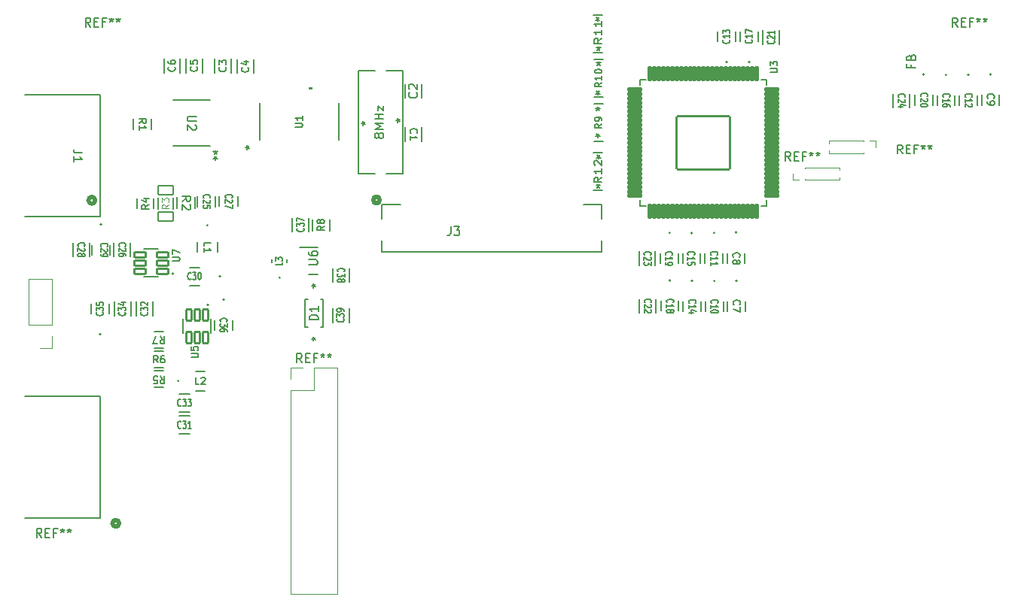
<source format=gto>
%TF.GenerationSoftware,KiCad,Pcbnew,8.0.8*%
%TF.CreationDate,2025-02-15T01:31:07-07:00*%
%TF.ProjectId,ECE Capstone PCB Design,45434520-4361-4707-9374-6f6e65205043,rev?*%
%TF.SameCoordinates,Original*%
%TF.FileFunction,Legend,Top*%
%TF.FilePolarity,Positive*%
%FSLAX46Y46*%
G04 Gerber Fmt 4.6, Leading zero omitted, Abs format (unit mm)*
G04 Created by KiCad (PCBNEW 8.0.8) date 2025-02-15 01:31:07*
%MOMM*%
%LPD*%
G01*
G04 APERTURE LIST*
G04 Aperture macros list*
%AMRoundRect*
0 Rectangle with rounded corners*
0 $1 Rounding radius*
0 $2 $3 $4 $5 $6 $7 $8 $9 X,Y pos of 4 corners*
0 Add a 4 corners polygon primitive as box body*
4,1,4,$2,$3,$4,$5,$6,$7,$8,$9,$2,$3,0*
0 Add four circle primitives for the rounded corners*
1,1,$1+$1,$2,$3*
1,1,$1+$1,$4,$5*
1,1,$1+$1,$6,$7*
1,1,$1+$1,$8,$9*
0 Add four rect primitives between the rounded corners*
20,1,$1+$1,$2,$3,$4,$5,0*
20,1,$1+$1,$4,$5,$6,$7,0*
20,1,$1+$1,$6,$7,$8,$9,0*
20,1,$1+$1,$8,$9,$2,$3,0*%
G04 Aperture macros list end*
%ADD10C,0.150000*%
%ADD11C,0.098425*%
%ADD12C,0.152400*%
%ADD13C,0.508000*%
%ADD14C,0.120000*%
%ADD15C,0.200000*%
%ADD16C,0.127000*%
%ADD17C,0.000000*%
%ADD18C,1.854200*%
%ADD19C,1.752600*%
%ADD20R,1.700000X1.700000*%
%ADD21O,1.700000X1.700000*%
%ADD22R,0.800001X0.549999*%
%ADD23R,1.752600X1.168400*%
%ADD24R,1.447800X0.609600*%
%ADD25R,0.584200X0.203200*%
%ADD26R,0.381000X1.346200*%
%ADD27R,2.540000X1.854200*%
%ADD28R,1.168400X1.803400*%
%ADD29R,1.600000X0.855600*%
%ADD30R,1.117600X1.600200*%
%ADD31R,1.803400X1.168400*%
%ADD32RoundRect,0.099250X0.627750X0.297750X-0.627750X0.297750X-0.627750X-0.297750X0.627750X-0.297750X0*%
%ADD33R,0.939800X0.965200*%
%ADD34R,2.006600X0.850900*%
%ADD35RoundRect,0.099250X-0.297750X0.627750X-0.297750X-0.627750X0.297750X-0.627750X0.297750X0.627750X0*%
%ADD36RoundRect,0.102000X-0.139700X0.736600X-0.139700X-0.736600X0.139700X-0.736600X0.139700X0.736600X0*%
%ADD37RoundRect,0.102000X-0.736600X0.139700X-0.736600X-0.139700X0.736600X-0.139700X0.736600X0.139700X0*%
%ADD38RoundRect,0.102000X-2.997200X2.997200X-2.997200X-2.997200X2.997200X-2.997200X2.997200X2.997200X0*%
%ADD39C,5.400000*%
%ADD40R,1.701800X1.016000*%
%ADD41R,1.752600X1.016000*%
%ADD42R,1.600200X1.117600*%
%ADD43R,0.609600X4.114800*%
%ADD44R,1.981200X0.558800*%
%ADD45R,0.558800X1.397000*%
%ADD46R,0.850000X0.850000*%
%ADD47O,0.850000X0.850000*%
%ADD48R,1.168400X1.752600*%
%ADD49RoundRect,0.102000X0.860000X-0.525000X0.860000X0.525000X-0.860000X0.525000X-0.860000X-0.525000X0*%
%ADD50R,0.850900X2.006600*%
%ADD51R,0.762000X1.219200*%
G04 APERTURE END LIST*
D10*
X153936666Y-86764819D02*
X153603333Y-86288628D01*
X153365238Y-86764819D02*
X153365238Y-85764819D01*
X153365238Y-85764819D02*
X153746190Y-85764819D01*
X153746190Y-85764819D02*
X153841428Y-85812438D01*
X153841428Y-85812438D02*
X153889047Y-85860057D01*
X153889047Y-85860057D02*
X153936666Y-85955295D01*
X153936666Y-85955295D02*
X153936666Y-86098152D01*
X153936666Y-86098152D02*
X153889047Y-86193390D01*
X153889047Y-86193390D02*
X153841428Y-86241009D01*
X153841428Y-86241009D02*
X153746190Y-86288628D01*
X153746190Y-86288628D02*
X153365238Y-86288628D01*
X154365238Y-86241009D02*
X154698571Y-86241009D01*
X154841428Y-86764819D02*
X154365238Y-86764819D01*
X154365238Y-86764819D02*
X154365238Y-85764819D01*
X154365238Y-85764819D02*
X154841428Y-85764819D01*
X155603333Y-86241009D02*
X155270000Y-86241009D01*
X155270000Y-86764819D02*
X155270000Y-85764819D01*
X155270000Y-85764819D02*
X155746190Y-85764819D01*
X156270000Y-85764819D02*
X156270000Y-86002914D01*
X156031905Y-85907676D02*
X156270000Y-86002914D01*
X156270000Y-86002914D02*
X156508095Y-85907676D01*
X156127143Y-86193390D02*
X156270000Y-86002914D01*
X156270000Y-86002914D02*
X156412857Y-86193390D01*
X157031905Y-85764819D02*
X157031905Y-86002914D01*
X156793810Y-85907676D02*
X157031905Y-86002914D01*
X157031905Y-86002914D02*
X157270000Y-85907676D01*
X156889048Y-86193390D02*
X157031905Y-86002914D01*
X157031905Y-86002914D02*
X157174762Y-86193390D01*
X154679818Y-75761904D02*
X155489341Y-75761904D01*
X155489341Y-75761904D02*
X155584579Y-75714285D01*
X155584579Y-75714285D02*
X155632199Y-75666666D01*
X155632199Y-75666666D02*
X155679818Y-75571428D01*
X155679818Y-75571428D02*
X155679818Y-75380952D01*
X155679818Y-75380952D02*
X155632199Y-75285714D01*
X155632199Y-75285714D02*
X155584579Y-75238095D01*
X155584579Y-75238095D02*
X155489341Y-75190476D01*
X155489341Y-75190476D02*
X154679818Y-75190476D01*
X154679818Y-74285714D02*
X154679818Y-74476190D01*
X154679818Y-74476190D02*
X154727437Y-74571428D01*
X154727437Y-74571428D02*
X154775056Y-74619047D01*
X154775056Y-74619047D02*
X154917913Y-74714285D01*
X154917913Y-74714285D02*
X155108389Y-74761904D01*
X155108389Y-74761904D02*
X155489341Y-74761904D01*
X155489341Y-74761904D02*
X155584579Y-74714285D01*
X155584579Y-74714285D02*
X155632199Y-74666666D01*
X155632199Y-74666666D02*
X155679818Y-74571428D01*
X155679818Y-74571428D02*
X155679818Y-74380952D01*
X155679818Y-74380952D02*
X155632199Y-74285714D01*
X155632199Y-74285714D02*
X155584579Y-74238095D01*
X155584579Y-74238095D02*
X155489341Y-74190476D01*
X155489341Y-74190476D02*
X155251246Y-74190476D01*
X155251246Y-74190476D02*
X155156008Y-74238095D01*
X155156008Y-74238095D02*
X155108389Y-74285714D01*
X155108389Y-74285714D02*
X155060770Y-74380952D01*
X155060770Y-74380952D02*
X155060770Y-74571428D01*
X155060770Y-74571428D02*
X155108389Y-74666666D01*
X155108389Y-74666666D02*
X155156008Y-74714285D01*
X155156008Y-74714285D02*
X155251246Y-74761904D01*
X201986104Y-50445716D02*
X202024200Y-50474288D01*
X202024200Y-50474288D02*
X202062295Y-50560002D01*
X202062295Y-50560002D02*
X202062295Y-50617145D01*
X202062295Y-50617145D02*
X202024200Y-50702859D01*
X202024200Y-50702859D02*
X201948009Y-50760002D01*
X201948009Y-50760002D02*
X201871819Y-50788573D01*
X201871819Y-50788573D02*
X201719438Y-50817145D01*
X201719438Y-50817145D02*
X201605152Y-50817145D01*
X201605152Y-50817145D02*
X201452771Y-50788573D01*
X201452771Y-50788573D02*
X201376580Y-50760002D01*
X201376580Y-50760002D02*
X201300390Y-50702859D01*
X201300390Y-50702859D02*
X201262295Y-50617145D01*
X201262295Y-50617145D02*
X201262295Y-50560002D01*
X201262295Y-50560002D02*
X201300390Y-50474288D01*
X201300390Y-50474288D02*
X201338485Y-50445716D01*
X202062295Y-49874288D02*
X202062295Y-50217145D01*
X202062295Y-50045716D02*
X201262295Y-50045716D01*
X201262295Y-50045716D02*
X201376580Y-50102859D01*
X201376580Y-50102859D02*
X201452771Y-50160002D01*
X201452771Y-50160002D02*
X201490866Y-50217145D01*
X201262295Y-49674287D02*
X201262295Y-49302859D01*
X201262295Y-49302859D02*
X201567057Y-49502859D01*
X201567057Y-49502859D02*
X201567057Y-49417144D01*
X201567057Y-49417144D02*
X201605152Y-49360002D01*
X201605152Y-49360002D02*
X201643247Y-49331430D01*
X201643247Y-49331430D02*
X201719438Y-49302859D01*
X201719438Y-49302859D02*
X201909914Y-49302859D01*
X201909914Y-49302859D02*
X201986104Y-49331430D01*
X201986104Y-49331430D02*
X202024200Y-49360002D01*
X202024200Y-49360002D02*
X202062295Y-49417144D01*
X202062295Y-49417144D02*
X202062295Y-49588573D01*
X202062295Y-49588573D02*
X202024200Y-49645716D01*
X202024200Y-49645716D02*
X201986104Y-49674287D01*
X151762295Y-75455501D02*
X151762295Y-75741215D01*
X151762295Y-75741215D02*
X150962295Y-75741215D01*
X150962295Y-75312644D02*
X150962295Y-74941216D01*
X150962295Y-74941216D02*
X151267057Y-75141216D01*
X151267057Y-75141216D02*
X151267057Y-75055501D01*
X151267057Y-75055501D02*
X151305152Y-74998359D01*
X151305152Y-74998359D02*
X151343247Y-74969787D01*
X151343247Y-74969787D02*
X151419438Y-74941216D01*
X151419438Y-74941216D02*
X151609914Y-74941216D01*
X151609914Y-74941216D02*
X151686104Y-74969787D01*
X151686104Y-74969787D02*
X151724200Y-74998359D01*
X151724200Y-74998359D02*
X151762295Y-75055501D01*
X151762295Y-75055501D02*
X151762295Y-75226930D01*
X151762295Y-75226930D02*
X151724200Y-75284073D01*
X151724200Y-75284073D02*
X151686104Y-75312644D01*
X187597095Y-50245437D02*
X187216142Y-50578770D01*
X187597095Y-50816865D02*
X186797095Y-50816865D01*
X186797095Y-50816865D02*
X186797095Y-50435913D01*
X186797095Y-50435913D02*
X186835190Y-50340675D01*
X186835190Y-50340675D02*
X186873285Y-50293056D01*
X186873285Y-50293056D02*
X186949476Y-50245437D01*
X186949476Y-50245437D02*
X187063761Y-50245437D01*
X187063761Y-50245437D02*
X187139952Y-50293056D01*
X187139952Y-50293056D02*
X187178047Y-50340675D01*
X187178047Y-50340675D02*
X187216142Y-50435913D01*
X187216142Y-50435913D02*
X187216142Y-50816865D01*
X187597095Y-49293056D02*
X187597095Y-49864484D01*
X187597095Y-49578770D02*
X186797095Y-49578770D01*
X186797095Y-49578770D02*
X186911380Y-49674008D01*
X186911380Y-49674008D02*
X186987571Y-49769246D01*
X186987571Y-49769246D02*
X187025666Y-49864484D01*
X187597095Y-48340675D02*
X187597095Y-48912103D01*
X187597095Y-48626389D02*
X186797095Y-48626389D01*
X186797095Y-48626389D02*
X186911380Y-48721627D01*
X186911380Y-48721627D02*
X186987571Y-48816865D01*
X186987571Y-48816865D02*
X187025666Y-48912103D01*
X187169599Y-48347760D02*
X187169599Y-48109665D01*
X187407694Y-48204903D02*
X187169599Y-48109665D01*
X187169599Y-48109665D02*
X186931504Y-48204903D01*
X187312456Y-47919189D02*
X187169599Y-48109665D01*
X187169599Y-48109665D02*
X187026742Y-47919189D01*
X187269600Y-51154819D02*
X187269600Y-51392914D01*
X187031505Y-51297676D02*
X187269600Y-51392914D01*
X187269600Y-51392914D02*
X187507695Y-51297676D01*
X187126743Y-51583390D02*
X187269600Y-51392914D01*
X187269600Y-51392914D02*
X187412457Y-51583390D01*
X170666666Y-71454819D02*
X170666666Y-72169104D01*
X170666666Y-72169104D02*
X170619047Y-72311961D01*
X170619047Y-72311961D02*
X170523809Y-72407200D01*
X170523809Y-72407200D02*
X170380952Y-72454819D01*
X170380952Y-72454819D02*
X170285714Y-72454819D01*
X171047619Y-71454819D02*
X171666666Y-71454819D01*
X171666666Y-71454819D02*
X171333333Y-71835771D01*
X171333333Y-71835771D02*
X171476190Y-71835771D01*
X171476190Y-71835771D02*
X171571428Y-71883390D01*
X171571428Y-71883390D02*
X171619047Y-71931009D01*
X171619047Y-71931009D02*
X171666666Y-72026247D01*
X171666666Y-72026247D02*
X171666666Y-72264342D01*
X171666666Y-72264342D02*
X171619047Y-72359580D01*
X171619047Y-72359580D02*
X171571428Y-72407200D01*
X171571428Y-72407200D02*
X171476190Y-72454819D01*
X171476190Y-72454819D02*
X171190476Y-72454819D01*
X171190476Y-72454819D02*
X171095238Y-72407200D01*
X171095238Y-72407200D02*
X171047619Y-72359580D01*
X140341085Y-94086104D02*
X140312513Y-94124200D01*
X140312513Y-94124200D02*
X140226799Y-94162295D01*
X140226799Y-94162295D02*
X140169656Y-94162295D01*
X140169656Y-94162295D02*
X140083942Y-94124200D01*
X140083942Y-94124200D02*
X140026799Y-94048009D01*
X140026799Y-94048009D02*
X139998228Y-93971819D01*
X139998228Y-93971819D02*
X139969656Y-93819438D01*
X139969656Y-93819438D02*
X139969656Y-93705152D01*
X139969656Y-93705152D02*
X139998228Y-93552771D01*
X139998228Y-93552771D02*
X140026799Y-93476580D01*
X140026799Y-93476580D02*
X140083942Y-93400390D01*
X140083942Y-93400390D02*
X140169656Y-93362295D01*
X140169656Y-93362295D02*
X140226799Y-93362295D01*
X140226799Y-93362295D02*
X140312513Y-93400390D01*
X140312513Y-93400390D02*
X140341085Y-93438485D01*
X140541085Y-93362295D02*
X140912513Y-93362295D01*
X140912513Y-93362295D02*
X140712513Y-93667057D01*
X140712513Y-93667057D02*
X140798228Y-93667057D01*
X140798228Y-93667057D02*
X140855371Y-93705152D01*
X140855371Y-93705152D02*
X140883942Y-93743247D01*
X140883942Y-93743247D02*
X140912513Y-93819438D01*
X140912513Y-93819438D02*
X140912513Y-94009914D01*
X140912513Y-94009914D02*
X140883942Y-94086104D01*
X140883942Y-94086104D02*
X140855371Y-94124200D01*
X140855371Y-94124200D02*
X140798228Y-94162295D01*
X140798228Y-94162295D02*
X140626799Y-94162295D01*
X140626799Y-94162295D02*
X140569656Y-94124200D01*
X140569656Y-94124200D02*
X140541085Y-94086104D01*
X141483942Y-94162295D02*
X141141085Y-94162295D01*
X141312514Y-94162295D02*
X141312514Y-93362295D01*
X141312514Y-93362295D02*
X141255371Y-93476580D01*
X141255371Y-93476580D02*
X141198228Y-93552771D01*
X141198228Y-93552771D02*
X141141085Y-93590866D01*
X192463895Y-74666485D02*
X192425800Y-74637913D01*
X192425800Y-74637913D02*
X192387704Y-74552199D01*
X192387704Y-74552199D02*
X192387704Y-74495056D01*
X192387704Y-74495056D02*
X192425800Y-74409342D01*
X192425800Y-74409342D02*
X192501990Y-74352199D01*
X192501990Y-74352199D02*
X192578180Y-74323628D01*
X192578180Y-74323628D02*
X192730561Y-74295056D01*
X192730561Y-74295056D02*
X192844847Y-74295056D01*
X192844847Y-74295056D02*
X192997228Y-74323628D01*
X192997228Y-74323628D02*
X193073419Y-74352199D01*
X193073419Y-74352199D02*
X193149609Y-74409342D01*
X193149609Y-74409342D02*
X193187704Y-74495056D01*
X193187704Y-74495056D02*
X193187704Y-74552199D01*
X193187704Y-74552199D02*
X193149609Y-74637913D01*
X193149609Y-74637913D02*
X193111514Y-74666485D01*
X193111514Y-74895056D02*
X193149609Y-74923628D01*
X193149609Y-74923628D02*
X193187704Y-74980771D01*
X193187704Y-74980771D02*
X193187704Y-75123628D01*
X193187704Y-75123628D02*
X193149609Y-75180771D01*
X193149609Y-75180771D02*
X193111514Y-75209342D01*
X193111514Y-75209342D02*
X193035323Y-75237913D01*
X193035323Y-75237913D02*
X192959133Y-75237913D01*
X192959133Y-75237913D02*
X192844847Y-75209342D01*
X192844847Y-75209342D02*
X192387704Y-74866485D01*
X192387704Y-74866485D02*
X192387704Y-75237913D01*
X193187704Y-75437914D02*
X193187704Y-75809342D01*
X193187704Y-75809342D02*
X192882942Y-75609342D01*
X192882942Y-75609342D02*
X192882942Y-75695057D01*
X192882942Y-75695057D02*
X192844847Y-75752200D01*
X192844847Y-75752200D02*
X192806752Y-75780771D01*
X192806752Y-75780771D02*
X192730561Y-75809342D01*
X192730561Y-75809342D02*
X192540085Y-75809342D01*
X192540085Y-75809342D02*
X192463895Y-75780771D01*
X192463895Y-75780771D02*
X192425800Y-75752200D01*
X192425800Y-75752200D02*
X192387704Y-75695057D01*
X192387704Y-75695057D02*
X192387704Y-75523628D01*
X192387704Y-75523628D02*
X192425800Y-75466485D01*
X192425800Y-75466485D02*
X192463895Y-75437914D01*
X228566095Y-56866485D02*
X228528000Y-56837913D01*
X228528000Y-56837913D02*
X228489904Y-56752199D01*
X228489904Y-56752199D02*
X228489904Y-56695056D01*
X228489904Y-56695056D02*
X228528000Y-56609342D01*
X228528000Y-56609342D02*
X228604190Y-56552199D01*
X228604190Y-56552199D02*
X228680380Y-56523628D01*
X228680380Y-56523628D02*
X228832761Y-56495056D01*
X228832761Y-56495056D02*
X228947047Y-56495056D01*
X228947047Y-56495056D02*
X229099428Y-56523628D01*
X229099428Y-56523628D02*
X229175619Y-56552199D01*
X229175619Y-56552199D02*
X229251809Y-56609342D01*
X229251809Y-56609342D02*
X229289904Y-56695056D01*
X229289904Y-56695056D02*
X229289904Y-56752199D01*
X229289904Y-56752199D02*
X229251809Y-56837913D01*
X229251809Y-56837913D02*
X229213714Y-56866485D01*
X228489904Y-57437913D02*
X228489904Y-57095056D01*
X228489904Y-57266485D02*
X229289904Y-57266485D01*
X229289904Y-57266485D02*
X229175619Y-57209342D01*
X229175619Y-57209342D02*
X229099428Y-57152199D01*
X229099428Y-57152199D02*
X229061333Y-57095056D01*
X229213714Y-57666485D02*
X229251809Y-57695057D01*
X229251809Y-57695057D02*
X229289904Y-57752200D01*
X229289904Y-57752200D02*
X229289904Y-57895057D01*
X229289904Y-57895057D02*
X229251809Y-57952200D01*
X229251809Y-57952200D02*
X229213714Y-57980771D01*
X229213714Y-57980771D02*
X229137523Y-58009342D01*
X229137523Y-58009342D02*
X229061333Y-58009342D01*
X229061333Y-58009342D02*
X228947047Y-57980771D01*
X228947047Y-57980771D02*
X228489904Y-57637914D01*
X228489904Y-57637914D02*
X228489904Y-58009342D01*
X166203895Y-60946667D02*
X166165800Y-60908571D01*
X166165800Y-60908571D02*
X166127704Y-60794286D01*
X166127704Y-60794286D02*
X166127704Y-60718095D01*
X166127704Y-60718095D02*
X166165800Y-60603809D01*
X166165800Y-60603809D02*
X166241990Y-60527619D01*
X166241990Y-60527619D02*
X166318180Y-60489524D01*
X166318180Y-60489524D02*
X166470561Y-60451428D01*
X166470561Y-60451428D02*
X166584847Y-60451428D01*
X166584847Y-60451428D02*
X166737228Y-60489524D01*
X166737228Y-60489524D02*
X166813419Y-60527619D01*
X166813419Y-60527619D02*
X166889609Y-60603809D01*
X166889609Y-60603809D02*
X166927704Y-60718095D01*
X166927704Y-60718095D02*
X166927704Y-60794286D01*
X166927704Y-60794286D02*
X166889609Y-60908571D01*
X166889609Y-60908571D02*
X166851514Y-60946667D01*
X166127704Y-61708571D02*
X166127704Y-61251428D01*
X166127704Y-61480000D02*
X166927704Y-61480000D01*
X166927704Y-61480000D02*
X166813419Y-61403809D01*
X166813419Y-61403809D02*
X166737228Y-61327619D01*
X166737228Y-61327619D02*
X166699133Y-61251428D01*
X204486104Y-50437914D02*
X204524200Y-50466486D01*
X204524200Y-50466486D02*
X204562295Y-50552200D01*
X204562295Y-50552200D02*
X204562295Y-50609343D01*
X204562295Y-50609343D02*
X204524200Y-50695057D01*
X204524200Y-50695057D02*
X204448009Y-50752200D01*
X204448009Y-50752200D02*
X204371819Y-50780771D01*
X204371819Y-50780771D02*
X204219438Y-50809343D01*
X204219438Y-50809343D02*
X204105152Y-50809343D01*
X204105152Y-50809343D02*
X203952771Y-50780771D01*
X203952771Y-50780771D02*
X203876580Y-50752200D01*
X203876580Y-50752200D02*
X203800390Y-50695057D01*
X203800390Y-50695057D02*
X203762295Y-50609343D01*
X203762295Y-50609343D02*
X203762295Y-50552200D01*
X203762295Y-50552200D02*
X203800390Y-50466486D01*
X203800390Y-50466486D02*
X203838485Y-50437914D01*
X204562295Y-49866486D02*
X204562295Y-50209343D01*
X204562295Y-50037914D02*
X203762295Y-50037914D01*
X203762295Y-50037914D02*
X203876580Y-50095057D01*
X203876580Y-50095057D02*
X203952771Y-50152200D01*
X203952771Y-50152200D02*
X203990866Y-50209343D01*
X203762295Y-49666485D02*
X203762295Y-49266485D01*
X203762295Y-49266485D02*
X204562295Y-49523628D01*
X206986104Y-50517915D02*
X207024200Y-50546487D01*
X207024200Y-50546487D02*
X207062295Y-50632201D01*
X207062295Y-50632201D02*
X207062295Y-50689344D01*
X207062295Y-50689344D02*
X207024200Y-50775058D01*
X207024200Y-50775058D02*
X206948009Y-50832201D01*
X206948009Y-50832201D02*
X206871819Y-50860772D01*
X206871819Y-50860772D02*
X206719438Y-50889344D01*
X206719438Y-50889344D02*
X206605152Y-50889344D01*
X206605152Y-50889344D02*
X206452771Y-50860772D01*
X206452771Y-50860772D02*
X206376580Y-50832201D01*
X206376580Y-50832201D02*
X206300390Y-50775058D01*
X206300390Y-50775058D02*
X206262295Y-50689344D01*
X206262295Y-50689344D02*
X206262295Y-50632201D01*
X206262295Y-50632201D02*
X206300390Y-50546487D01*
X206300390Y-50546487D02*
X206338485Y-50517915D01*
X206338485Y-50289344D02*
X206300390Y-50260772D01*
X206300390Y-50260772D02*
X206262295Y-50203630D01*
X206262295Y-50203630D02*
X206262295Y-50060772D01*
X206262295Y-50060772D02*
X206300390Y-50003630D01*
X206300390Y-50003630D02*
X206338485Y-49975058D01*
X206338485Y-49975058D02*
X206414676Y-49946487D01*
X206414676Y-49946487D02*
X206490866Y-49946487D01*
X206490866Y-49946487D02*
X206605152Y-49975058D01*
X206605152Y-49975058D02*
X207062295Y-50317915D01*
X207062295Y-50317915D02*
X207062295Y-49946487D01*
X207062295Y-49375058D02*
X207062295Y-49717915D01*
X207062295Y-49546486D02*
X206262295Y-49546486D01*
X206262295Y-49546486D02*
X206376580Y-49603629D01*
X206376580Y-49603629D02*
X206452771Y-49660772D01*
X206452771Y-49660772D02*
X206490866Y-49717915D01*
X137720467Y-86792295D02*
X137453800Y-86411342D01*
X137263324Y-86792295D02*
X137263324Y-85992295D01*
X137263324Y-85992295D02*
X137568086Y-85992295D01*
X137568086Y-85992295D02*
X137644276Y-86030390D01*
X137644276Y-86030390D02*
X137682371Y-86068485D01*
X137682371Y-86068485D02*
X137720467Y-86144676D01*
X137720467Y-86144676D02*
X137720467Y-86258961D01*
X137720467Y-86258961D02*
X137682371Y-86335152D01*
X137682371Y-86335152D02*
X137644276Y-86373247D01*
X137644276Y-86373247D02*
X137568086Y-86411342D01*
X137568086Y-86411342D02*
X137263324Y-86411342D01*
X138406181Y-85992295D02*
X138253800Y-85992295D01*
X138253800Y-85992295D02*
X138177609Y-86030390D01*
X138177609Y-86030390D02*
X138139514Y-86068485D01*
X138139514Y-86068485D02*
X138063324Y-86182771D01*
X138063324Y-86182771D02*
X138025228Y-86335152D01*
X138025228Y-86335152D02*
X138025228Y-86639914D01*
X138025228Y-86639914D02*
X138063324Y-86716104D01*
X138063324Y-86716104D02*
X138101419Y-86754200D01*
X138101419Y-86754200D02*
X138177609Y-86792295D01*
X138177609Y-86792295D02*
X138329990Y-86792295D01*
X138329990Y-86792295D02*
X138406181Y-86754200D01*
X138406181Y-86754200D02*
X138444276Y-86716104D01*
X138444276Y-86716104D02*
X138482371Y-86639914D01*
X138482371Y-86639914D02*
X138482371Y-86449438D01*
X138482371Y-86449438D02*
X138444276Y-86373247D01*
X138444276Y-86373247D02*
X138406181Y-86335152D01*
X138406181Y-86335152D02*
X138329990Y-86297057D01*
X138329990Y-86297057D02*
X138177609Y-86297057D01*
X138177609Y-86297057D02*
X138101419Y-86335152D01*
X138101419Y-86335152D02*
X138063324Y-86373247D01*
X138063324Y-86373247D02*
X138025228Y-86449438D01*
X142913895Y-68241085D02*
X142875800Y-68212513D01*
X142875800Y-68212513D02*
X142837704Y-68126799D01*
X142837704Y-68126799D02*
X142837704Y-68069656D01*
X142837704Y-68069656D02*
X142875800Y-67983942D01*
X142875800Y-67983942D02*
X142951990Y-67926799D01*
X142951990Y-67926799D02*
X143028180Y-67898228D01*
X143028180Y-67898228D02*
X143180561Y-67869656D01*
X143180561Y-67869656D02*
X143294847Y-67869656D01*
X143294847Y-67869656D02*
X143447228Y-67898228D01*
X143447228Y-67898228D02*
X143523419Y-67926799D01*
X143523419Y-67926799D02*
X143599609Y-67983942D01*
X143599609Y-67983942D02*
X143637704Y-68069656D01*
X143637704Y-68069656D02*
X143637704Y-68126799D01*
X143637704Y-68126799D02*
X143599609Y-68212513D01*
X143599609Y-68212513D02*
X143561514Y-68241085D01*
X143561514Y-68469656D02*
X143599609Y-68498228D01*
X143599609Y-68498228D02*
X143637704Y-68555371D01*
X143637704Y-68555371D02*
X143637704Y-68698228D01*
X143637704Y-68698228D02*
X143599609Y-68755371D01*
X143599609Y-68755371D02*
X143561514Y-68783942D01*
X143561514Y-68783942D02*
X143485323Y-68812513D01*
X143485323Y-68812513D02*
X143409133Y-68812513D01*
X143409133Y-68812513D02*
X143294847Y-68783942D01*
X143294847Y-68783942D02*
X142837704Y-68441085D01*
X142837704Y-68441085D02*
X142837704Y-68812513D01*
X143637704Y-69355371D02*
X143637704Y-69069657D01*
X143637704Y-69069657D02*
X143256752Y-69041085D01*
X143256752Y-69041085D02*
X143294847Y-69069657D01*
X143294847Y-69069657D02*
X143332942Y-69126800D01*
X143332942Y-69126800D02*
X143332942Y-69269657D01*
X143332942Y-69269657D02*
X143294847Y-69326800D01*
X143294847Y-69326800D02*
X143256752Y-69355371D01*
X143256752Y-69355371D02*
X143180561Y-69383942D01*
X143180561Y-69383942D02*
X142990085Y-69383942D01*
X142990085Y-69383942D02*
X142913895Y-69355371D01*
X142913895Y-69355371D02*
X142875800Y-69326800D01*
X142875800Y-69326800D02*
X142837704Y-69269657D01*
X142837704Y-69269657D02*
X142837704Y-69126800D01*
X142837704Y-69126800D02*
X142875800Y-69069657D01*
X142875800Y-69069657D02*
X142913895Y-69041085D01*
X139398695Y-75332723D02*
X140046314Y-75332723D01*
X140046314Y-75332723D02*
X140122504Y-75294628D01*
X140122504Y-75294628D02*
X140160600Y-75256533D01*
X140160600Y-75256533D02*
X140198695Y-75180342D01*
X140198695Y-75180342D02*
X140198695Y-75027961D01*
X140198695Y-75027961D02*
X140160600Y-74951771D01*
X140160600Y-74951771D02*
X140122504Y-74913676D01*
X140122504Y-74913676D02*
X140046314Y-74875580D01*
X140046314Y-74875580D02*
X139398695Y-74875580D01*
X139398695Y-74570819D02*
X139398695Y-74037485D01*
X139398695Y-74037485D02*
X140198695Y-74380343D01*
X144820695Y-82166485D02*
X144782600Y-82137913D01*
X144782600Y-82137913D02*
X144744504Y-82052199D01*
X144744504Y-82052199D02*
X144744504Y-81995056D01*
X144744504Y-81995056D02*
X144782600Y-81909342D01*
X144782600Y-81909342D02*
X144858790Y-81852199D01*
X144858790Y-81852199D02*
X144934980Y-81823628D01*
X144934980Y-81823628D02*
X145087361Y-81795056D01*
X145087361Y-81795056D02*
X145201647Y-81795056D01*
X145201647Y-81795056D02*
X145354028Y-81823628D01*
X145354028Y-81823628D02*
X145430219Y-81852199D01*
X145430219Y-81852199D02*
X145506409Y-81909342D01*
X145506409Y-81909342D02*
X145544504Y-81995056D01*
X145544504Y-81995056D02*
X145544504Y-82052199D01*
X145544504Y-82052199D02*
X145506409Y-82137913D01*
X145506409Y-82137913D02*
X145468314Y-82166485D01*
X145544504Y-82366485D02*
X145544504Y-82737913D01*
X145544504Y-82737913D02*
X145239742Y-82537913D01*
X145239742Y-82537913D02*
X145239742Y-82623628D01*
X145239742Y-82623628D02*
X145201647Y-82680771D01*
X145201647Y-82680771D02*
X145163552Y-82709342D01*
X145163552Y-82709342D02*
X145087361Y-82737913D01*
X145087361Y-82737913D02*
X144896885Y-82737913D01*
X144896885Y-82737913D02*
X144820695Y-82709342D01*
X144820695Y-82709342D02*
X144782600Y-82680771D01*
X144782600Y-82680771D02*
X144744504Y-82623628D01*
X144744504Y-82623628D02*
X144744504Y-82452199D01*
X144744504Y-82452199D02*
X144782600Y-82395056D01*
X144782600Y-82395056D02*
X144820695Y-82366485D01*
X145544504Y-83252200D02*
X145544504Y-83137914D01*
X145544504Y-83137914D02*
X145506409Y-83080771D01*
X145506409Y-83080771D02*
X145468314Y-83052200D01*
X145468314Y-83052200D02*
X145354028Y-82995057D01*
X145354028Y-82995057D02*
X145201647Y-82966485D01*
X145201647Y-82966485D02*
X144896885Y-82966485D01*
X144896885Y-82966485D02*
X144820695Y-82995057D01*
X144820695Y-82995057D02*
X144782600Y-83023628D01*
X144782600Y-83023628D02*
X144744504Y-83080771D01*
X144744504Y-83080771D02*
X144744504Y-83195057D01*
X144744504Y-83195057D02*
X144782600Y-83252200D01*
X144782600Y-83252200D02*
X144820695Y-83280771D01*
X144820695Y-83280771D02*
X144896885Y-83309342D01*
X144896885Y-83309342D02*
X145087361Y-83309342D01*
X145087361Y-83309342D02*
X145163552Y-83280771D01*
X145163552Y-83280771D02*
X145201647Y-83252200D01*
X145201647Y-83252200D02*
X145239742Y-83195057D01*
X145239742Y-83195057D02*
X145239742Y-83080771D01*
X145239742Y-83080771D02*
X145201647Y-83023628D01*
X145201647Y-83023628D02*
X145163552Y-82995057D01*
X145163552Y-82995057D02*
X145087361Y-82966485D01*
X192513895Y-80009885D02*
X192475800Y-79981313D01*
X192475800Y-79981313D02*
X192437704Y-79895599D01*
X192437704Y-79895599D02*
X192437704Y-79838456D01*
X192437704Y-79838456D02*
X192475800Y-79752742D01*
X192475800Y-79752742D02*
X192551990Y-79695599D01*
X192551990Y-79695599D02*
X192628180Y-79667028D01*
X192628180Y-79667028D02*
X192780561Y-79638456D01*
X192780561Y-79638456D02*
X192894847Y-79638456D01*
X192894847Y-79638456D02*
X193047228Y-79667028D01*
X193047228Y-79667028D02*
X193123419Y-79695599D01*
X193123419Y-79695599D02*
X193199609Y-79752742D01*
X193199609Y-79752742D02*
X193237704Y-79838456D01*
X193237704Y-79838456D02*
X193237704Y-79895599D01*
X193237704Y-79895599D02*
X193199609Y-79981313D01*
X193199609Y-79981313D02*
X193161514Y-80009885D01*
X193161514Y-80238456D02*
X193199609Y-80267028D01*
X193199609Y-80267028D02*
X193237704Y-80324171D01*
X193237704Y-80324171D02*
X193237704Y-80467028D01*
X193237704Y-80467028D02*
X193199609Y-80524171D01*
X193199609Y-80524171D02*
X193161514Y-80552742D01*
X193161514Y-80552742D02*
X193085323Y-80581313D01*
X193085323Y-80581313D02*
X193009133Y-80581313D01*
X193009133Y-80581313D02*
X192894847Y-80552742D01*
X192894847Y-80552742D02*
X192437704Y-80209885D01*
X192437704Y-80209885D02*
X192437704Y-80581313D01*
X193161514Y-80809885D02*
X193199609Y-80838457D01*
X193199609Y-80838457D02*
X193237704Y-80895600D01*
X193237704Y-80895600D02*
X193237704Y-81038457D01*
X193237704Y-81038457D02*
X193199609Y-81095600D01*
X193199609Y-81095600D02*
X193161514Y-81124171D01*
X193161514Y-81124171D02*
X193085323Y-81152742D01*
X193085323Y-81152742D02*
X193009133Y-81152742D01*
X193009133Y-81152742D02*
X192894847Y-81124171D01*
X192894847Y-81124171D02*
X192437704Y-80781314D01*
X192437704Y-80781314D02*
X192437704Y-81152742D01*
X226066095Y-56866485D02*
X226028000Y-56837913D01*
X226028000Y-56837913D02*
X225989904Y-56752199D01*
X225989904Y-56752199D02*
X225989904Y-56695056D01*
X225989904Y-56695056D02*
X226028000Y-56609342D01*
X226028000Y-56609342D02*
X226104190Y-56552199D01*
X226104190Y-56552199D02*
X226180380Y-56523628D01*
X226180380Y-56523628D02*
X226332761Y-56495056D01*
X226332761Y-56495056D02*
X226447047Y-56495056D01*
X226447047Y-56495056D02*
X226599428Y-56523628D01*
X226599428Y-56523628D02*
X226675619Y-56552199D01*
X226675619Y-56552199D02*
X226751809Y-56609342D01*
X226751809Y-56609342D02*
X226789904Y-56695056D01*
X226789904Y-56695056D02*
X226789904Y-56752199D01*
X226789904Y-56752199D02*
X226751809Y-56837913D01*
X226751809Y-56837913D02*
X226713714Y-56866485D01*
X225989904Y-57437913D02*
X225989904Y-57095056D01*
X225989904Y-57266485D02*
X226789904Y-57266485D01*
X226789904Y-57266485D02*
X226675619Y-57209342D01*
X226675619Y-57209342D02*
X226599428Y-57152199D01*
X226599428Y-57152199D02*
X226561333Y-57095056D01*
X226789904Y-57952200D02*
X226789904Y-57837914D01*
X226789904Y-57837914D02*
X226751809Y-57780771D01*
X226751809Y-57780771D02*
X226713714Y-57752200D01*
X226713714Y-57752200D02*
X226599428Y-57695057D01*
X226599428Y-57695057D02*
X226447047Y-57666485D01*
X226447047Y-57666485D02*
X226142285Y-57666485D01*
X226142285Y-57666485D02*
X226066095Y-57695057D01*
X226066095Y-57695057D02*
X226028000Y-57723628D01*
X226028000Y-57723628D02*
X225989904Y-57780771D01*
X225989904Y-57780771D02*
X225989904Y-57895057D01*
X225989904Y-57895057D02*
X226028000Y-57952200D01*
X226028000Y-57952200D02*
X226066095Y-57980771D01*
X226066095Y-57980771D02*
X226142285Y-58009342D01*
X226142285Y-58009342D02*
X226332761Y-58009342D01*
X226332761Y-58009342D02*
X226408952Y-57980771D01*
X226408952Y-57980771D02*
X226447047Y-57952200D01*
X226447047Y-57952200D02*
X226485142Y-57895057D01*
X226485142Y-57895057D02*
X226485142Y-57780771D01*
X226485142Y-57780771D02*
X226447047Y-57723628D01*
X226447047Y-57723628D02*
X226408952Y-57695057D01*
X226408952Y-57695057D02*
X226332761Y-57666485D01*
X142929104Y-73639866D02*
X142929104Y-73258914D01*
X142929104Y-73258914D02*
X143729104Y-73258914D01*
X142929104Y-74325580D02*
X142929104Y-73868437D01*
X142929104Y-74097009D02*
X143729104Y-74097009D01*
X143729104Y-74097009D02*
X143614819Y-74020818D01*
X143614819Y-74020818D02*
X143538628Y-73944628D01*
X143538628Y-73944628D02*
X143500533Y-73868437D01*
X141459395Y-86196823D02*
X142107014Y-86196823D01*
X142107014Y-86196823D02*
X142183204Y-86158728D01*
X142183204Y-86158728D02*
X142221300Y-86120633D01*
X142221300Y-86120633D02*
X142259395Y-86044442D01*
X142259395Y-86044442D02*
X142259395Y-85892061D01*
X142259395Y-85892061D02*
X142221300Y-85815871D01*
X142221300Y-85815871D02*
X142183204Y-85777776D01*
X142183204Y-85777776D02*
X142107014Y-85739680D01*
X142107014Y-85739680D02*
X141459395Y-85739680D01*
X141459395Y-84977776D02*
X141459395Y-85358728D01*
X141459395Y-85358728D02*
X141840347Y-85396824D01*
X141840347Y-85396824D02*
X141802252Y-85358728D01*
X141802252Y-85358728D02*
X141764157Y-85282538D01*
X141764157Y-85282538D02*
X141764157Y-85092062D01*
X141764157Y-85092062D02*
X141802252Y-85015871D01*
X141802252Y-85015871D02*
X141840347Y-84977776D01*
X141840347Y-84977776D02*
X141916538Y-84939681D01*
X141916538Y-84939681D02*
X142107014Y-84939681D01*
X142107014Y-84939681D02*
X142183204Y-84977776D01*
X142183204Y-84977776D02*
X142221300Y-85015871D01*
X142221300Y-85015871D02*
X142259395Y-85092062D01*
X142259395Y-85092062D02*
X142259395Y-85282538D01*
X142259395Y-85282538D02*
X142221300Y-85358728D01*
X142221300Y-85358728D02*
X142183204Y-85396824D01*
X131536104Y-81107913D02*
X131574200Y-81136485D01*
X131574200Y-81136485D02*
X131612295Y-81222199D01*
X131612295Y-81222199D02*
X131612295Y-81279342D01*
X131612295Y-81279342D02*
X131574200Y-81365056D01*
X131574200Y-81365056D02*
X131498009Y-81422199D01*
X131498009Y-81422199D02*
X131421819Y-81450770D01*
X131421819Y-81450770D02*
X131269438Y-81479342D01*
X131269438Y-81479342D02*
X131155152Y-81479342D01*
X131155152Y-81479342D02*
X131002771Y-81450770D01*
X131002771Y-81450770D02*
X130926580Y-81422199D01*
X130926580Y-81422199D02*
X130850390Y-81365056D01*
X130850390Y-81365056D02*
X130812295Y-81279342D01*
X130812295Y-81279342D02*
X130812295Y-81222199D01*
X130812295Y-81222199D02*
X130850390Y-81136485D01*
X130850390Y-81136485D02*
X130888485Y-81107913D01*
X130812295Y-80907913D02*
X130812295Y-80536485D01*
X130812295Y-80536485D02*
X131117057Y-80736485D01*
X131117057Y-80736485D02*
X131117057Y-80650770D01*
X131117057Y-80650770D02*
X131155152Y-80593628D01*
X131155152Y-80593628D02*
X131193247Y-80565056D01*
X131193247Y-80565056D02*
X131269438Y-80536485D01*
X131269438Y-80536485D02*
X131459914Y-80536485D01*
X131459914Y-80536485D02*
X131536104Y-80565056D01*
X131536104Y-80565056D02*
X131574200Y-80593628D01*
X131574200Y-80593628D02*
X131612295Y-80650770D01*
X131612295Y-80650770D02*
X131612295Y-80822199D01*
X131612295Y-80822199D02*
X131574200Y-80879342D01*
X131574200Y-80879342D02*
X131536104Y-80907913D01*
X130812295Y-79993627D02*
X130812295Y-80279341D01*
X130812295Y-80279341D02*
X131193247Y-80307913D01*
X131193247Y-80307913D02*
X131155152Y-80279341D01*
X131155152Y-80279341D02*
X131117057Y-80222199D01*
X131117057Y-80222199D02*
X131117057Y-80079341D01*
X131117057Y-80079341D02*
X131155152Y-80022199D01*
X131155152Y-80022199D02*
X131193247Y-79993627D01*
X131193247Y-79993627D02*
X131269438Y-79965056D01*
X131269438Y-79965056D02*
X131459914Y-79965056D01*
X131459914Y-79965056D02*
X131536104Y-79993627D01*
X131536104Y-79993627D02*
X131574200Y-80022199D01*
X131574200Y-80022199D02*
X131612295Y-80079341D01*
X131612295Y-80079341D02*
X131612295Y-80222199D01*
X131612295Y-80222199D02*
X131574200Y-80279341D01*
X131574200Y-80279341D02*
X131536104Y-80307913D01*
X139616104Y-53463332D02*
X139654200Y-53501428D01*
X139654200Y-53501428D02*
X139692295Y-53615713D01*
X139692295Y-53615713D02*
X139692295Y-53691904D01*
X139692295Y-53691904D02*
X139654200Y-53806190D01*
X139654200Y-53806190D02*
X139578009Y-53882380D01*
X139578009Y-53882380D02*
X139501819Y-53920475D01*
X139501819Y-53920475D02*
X139349438Y-53958571D01*
X139349438Y-53958571D02*
X139235152Y-53958571D01*
X139235152Y-53958571D02*
X139082771Y-53920475D01*
X139082771Y-53920475D02*
X139006580Y-53882380D01*
X139006580Y-53882380D02*
X138930390Y-53806190D01*
X138930390Y-53806190D02*
X138892295Y-53691904D01*
X138892295Y-53691904D02*
X138892295Y-53615713D01*
X138892295Y-53615713D02*
X138930390Y-53501428D01*
X138930390Y-53501428D02*
X138968485Y-53463332D01*
X138892295Y-52777618D02*
X138892295Y-52929999D01*
X138892295Y-52929999D02*
X138930390Y-53006190D01*
X138930390Y-53006190D02*
X138968485Y-53044285D01*
X138968485Y-53044285D02*
X139082771Y-53120475D01*
X139082771Y-53120475D02*
X139235152Y-53158571D01*
X139235152Y-53158571D02*
X139539914Y-53158571D01*
X139539914Y-53158571D02*
X139616104Y-53120475D01*
X139616104Y-53120475D02*
X139654200Y-53082380D01*
X139654200Y-53082380D02*
X139692295Y-53006190D01*
X139692295Y-53006190D02*
X139692295Y-52853809D01*
X139692295Y-52853809D02*
X139654200Y-52777618D01*
X139654200Y-52777618D02*
X139616104Y-52739523D01*
X139616104Y-52739523D02*
X139539914Y-52701428D01*
X139539914Y-52701428D02*
X139349438Y-52701428D01*
X139349438Y-52701428D02*
X139273247Y-52739523D01*
X139273247Y-52739523D02*
X139235152Y-52777618D01*
X139235152Y-52777618D02*
X139197057Y-52853809D01*
X139197057Y-52853809D02*
X139197057Y-53006190D01*
X139197057Y-53006190D02*
X139235152Y-53082380D01*
X139235152Y-53082380D02*
X139273247Y-53120475D01*
X139273247Y-53120475D02*
X139349438Y-53158571D01*
X206590695Y-54109523D02*
X207238314Y-54109523D01*
X207238314Y-54109523D02*
X207314504Y-54071428D01*
X207314504Y-54071428D02*
X207352600Y-54033333D01*
X207352600Y-54033333D02*
X207390695Y-53957142D01*
X207390695Y-53957142D02*
X207390695Y-53804761D01*
X207390695Y-53804761D02*
X207352600Y-53728571D01*
X207352600Y-53728571D02*
X207314504Y-53690476D01*
X207314504Y-53690476D02*
X207238314Y-53652380D01*
X207238314Y-53652380D02*
X206590695Y-53652380D01*
X206590695Y-53347619D02*
X206590695Y-52852381D01*
X206590695Y-52852381D02*
X206895457Y-53119047D01*
X206895457Y-53119047D02*
X206895457Y-53004762D01*
X206895457Y-53004762D02*
X206933552Y-52928571D01*
X206933552Y-52928571D02*
X206971647Y-52890476D01*
X206971647Y-52890476D02*
X207047838Y-52852381D01*
X207047838Y-52852381D02*
X207238314Y-52852381D01*
X207238314Y-52852381D02*
X207314504Y-52890476D01*
X207314504Y-52890476D02*
X207352600Y-52928571D01*
X207352600Y-52928571D02*
X207390695Y-53004762D01*
X207390695Y-53004762D02*
X207390695Y-53233333D01*
X207390695Y-53233333D02*
X207352600Y-53309524D01*
X207352600Y-53309524D02*
X207314504Y-53347619D01*
X187647095Y-55264286D02*
X187266142Y-55530953D01*
X187647095Y-55721429D02*
X186847095Y-55721429D01*
X186847095Y-55721429D02*
X186847095Y-55416667D01*
X186847095Y-55416667D02*
X186885190Y-55340477D01*
X186885190Y-55340477D02*
X186923285Y-55302382D01*
X186923285Y-55302382D02*
X186999476Y-55264286D01*
X186999476Y-55264286D02*
X187113761Y-55264286D01*
X187113761Y-55264286D02*
X187189952Y-55302382D01*
X187189952Y-55302382D02*
X187228047Y-55340477D01*
X187228047Y-55340477D02*
X187266142Y-55416667D01*
X187266142Y-55416667D02*
X187266142Y-55721429D01*
X187647095Y-54502382D02*
X187647095Y-54959525D01*
X187647095Y-54730953D02*
X186847095Y-54730953D01*
X186847095Y-54730953D02*
X186961380Y-54807144D01*
X186961380Y-54807144D02*
X187037571Y-54883334D01*
X187037571Y-54883334D02*
X187075666Y-54959525D01*
X186847095Y-54007143D02*
X186847095Y-53930953D01*
X186847095Y-53930953D02*
X186885190Y-53854762D01*
X186885190Y-53854762D02*
X186923285Y-53816667D01*
X186923285Y-53816667D02*
X186999476Y-53778572D01*
X186999476Y-53778572D02*
X187151857Y-53740477D01*
X187151857Y-53740477D02*
X187342333Y-53740477D01*
X187342333Y-53740477D02*
X187494714Y-53778572D01*
X187494714Y-53778572D02*
X187570904Y-53816667D01*
X187570904Y-53816667D02*
X187609000Y-53854762D01*
X187609000Y-53854762D02*
X187647095Y-53930953D01*
X187647095Y-53930953D02*
X187647095Y-54007143D01*
X187647095Y-54007143D02*
X187609000Y-54083334D01*
X187609000Y-54083334D02*
X187570904Y-54121429D01*
X187570904Y-54121429D02*
X187494714Y-54159524D01*
X187494714Y-54159524D02*
X187342333Y-54197620D01*
X187342333Y-54197620D02*
X187151857Y-54197620D01*
X187151857Y-54197620D02*
X186999476Y-54159524D01*
X186999476Y-54159524D02*
X186923285Y-54121429D01*
X186923285Y-54121429D02*
X186885190Y-54083334D01*
X186885190Y-54083334D02*
X186847095Y-54007143D01*
X187219599Y-56647760D02*
X187219599Y-56409665D01*
X187457694Y-56504903D02*
X187219599Y-56409665D01*
X187219599Y-56409665D02*
X186981504Y-56504903D01*
X187362456Y-56219189D02*
X187219599Y-56409665D01*
X187219599Y-56409665D02*
X187076742Y-56219189D01*
X187300000Y-52854819D02*
X187300000Y-53092914D01*
X187061905Y-52997676D02*
X187300000Y-53092914D01*
X187300000Y-53092914D02*
X187538095Y-52997676D01*
X187157143Y-53283390D02*
X187300000Y-53092914D01*
X187300000Y-53092914D02*
X187442857Y-53283390D01*
X130166666Y-48954819D02*
X129833333Y-48478628D01*
X129595238Y-48954819D02*
X129595238Y-47954819D01*
X129595238Y-47954819D02*
X129976190Y-47954819D01*
X129976190Y-47954819D02*
X130071428Y-48002438D01*
X130071428Y-48002438D02*
X130119047Y-48050057D01*
X130119047Y-48050057D02*
X130166666Y-48145295D01*
X130166666Y-48145295D02*
X130166666Y-48288152D01*
X130166666Y-48288152D02*
X130119047Y-48383390D01*
X130119047Y-48383390D02*
X130071428Y-48431009D01*
X130071428Y-48431009D02*
X129976190Y-48478628D01*
X129976190Y-48478628D02*
X129595238Y-48478628D01*
X130595238Y-48431009D02*
X130928571Y-48431009D01*
X131071428Y-48954819D02*
X130595238Y-48954819D01*
X130595238Y-48954819D02*
X130595238Y-47954819D01*
X130595238Y-47954819D02*
X131071428Y-47954819D01*
X131833333Y-48431009D02*
X131500000Y-48431009D01*
X131500000Y-48954819D02*
X131500000Y-47954819D01*
X131500000Y-47954819D02*
X131976190Y-47954819D01*
X132500000Y-47954819D02*
X132500000Y-48192914D01*
X132261905Y-48097676D02*
X132500000Y-48192914D01*
X132500000Y-48192914D02*
X132738095Y-48097676D01*
X132357143Y-48383390D02*
X132500000Y-48192914D01*
X132500000Y-48192914D02*
X132642857Y-48383390D01*
X133261905Y-47954819D02*
X133261905Y-48192914D01*
X133023810Y-48097676D02*
X133261905Y-48192914D01*
X133261905Y-48192914D02*
X133500000Y-48097676D01*
X133119048Y-48383390D02*
X133261905Y-48192914D01*
X133261905Y-48192914D02*
X133404762Y-48383390D01*
X154086104Y-71641316D02*
X154124200Y-71669888D01*
X154124200Y-71669888D02*
X154162295Y-71755602D01*
X154162295Y-71755602D02*
X154162295Y-71812745D01*
X154162295Y-71812745D02*
X154124200Y-71898459D01*
X154124200Y-71898459D02*
X154048009Y-71955602D01*
X154048009Y-71955602D02*
X153971819Y-71984173D01*
X153971819Y-71984173D02*
X153819438Y-72012745D01*
X153819438Y-72012745D02*
X153705152Y-72012745D01*
X153705152Y-72012745D02*
X153552771Y-71984173D01*
X153552771Y-71984173D02*
X153476580Y-71955602D01*
X153476580Y-71955602D02*
X153400390Y-71898459D01*
X153400390Y-71898459D02*
X153362295Y-71812745D01*
X153362295Y-71812745D02*
X153362295Y-71755602D01*
X153362295Y-71755602D02*
X153400390Y-71669888D01*
X153400390Y-71669888D02*
X153438485Y-71641316D01*
X153362295Y-71441316D02*
X153362295Y-71069888D01*
X153362295Y-71069888D02*
X153667057Y-71269888D01*
X153667057Y-71269888D02*
X153667057Y-71184173D01*
X153667057Y-71184173D02*
X153705152Y-71127031D01*
X153705152Y-71127031D02*
X153743247Y-71098459D01*
X153743247Y-71098459D02*
X153819438Y-71069888D01*
X153819438Y-71069888D02*
X154009914Y-71069888D01*
X154009914Y-71069888D02*
X154086104Y-71098459D01*
X154086104Y-71098459D02*
X154124200Y-71127031D01*
X154124200Y-71127031D02*
X154162295Y-71184173D01*
X154162295Y-71184173D02*
X154162295Y-71355602D01*
X154162295Y-71355602D02*
X154124200Y-71412745D01*
X154124200Y-71412745D02*
X154086104Y-71441316D01*
X153362295Y-70869887D02*
X153362295Y-70469887D01*
X153362295Y-70469887D02*
X154162295Y-70727030D01*
X223566095Y-56814285D02*
X223528000Y-56785713D01*
X223528000Y-56785713D02*
X223489904Y-56699999D01*
X223489904Y-56699999D02*
X223489904Y-56642856D01*
X223489904Y-56642856D02*
X223528000Y-56557142D01*
X223528000Y-56557142D02*
X223604190Y-56499999D01*
X223604190Y-56499999D02*
X223680380Y-56471428D01*
X223680380Y-56471428D02*
X223832761Y-56442856D01*
X223832761Y-56442856D02*
X223947047Y-56442856D01*
X223947047Y-56442856D02*
X224099428Y-56471428D01*
X224099428Y-56471428D02*
X224175619Y-56499999D01*
X224175619Y-56499999D02*
X224251809Y-56557142D01*
X224251809Y-56557142D02*
X224289904Y-56642856D01*
X224289904Y-56642856D02*
X224289904Y-56699999D01*
X224289904Y-56699999D02*
X224251809Y-56785713D01*
X224251809Y-56785713D02*
X224213714Y-56814285D01*
X224213714Y-57042856D02*
X224251809Y-57071428D01*
X224251809Y-57071428D02*
X224289904Y-57128571D01*
X224289904Y-57128571D02*
X224289904Y-57271428D01*
X224289904Y-57271428D02*
X224251809Y-57328571D01*
X224251809Y-57328571D02*
X224213714Y-57357142D01*
X224213714Y-57357142D02*
X224137523Y-57385713D01*
X224137523Y-57385713D02*
X224061333Y-57385713D01*
X224061333Y-57385713D02*
X223947047Y-57357142D01*
X223947047Y-57357142D02*
X223489904Y-57014285D01*
X223489904Y-57014285D02*
X223489904Y-57385713D01*
X224289904Y-57757142D02*
X224289904Y-57814285D01*
X224289904Y-57814285D02*
X224251809Y-57871428D01*
X224251809Y-57871428D02*
X224213714Y-57900000D01*
X224213714Y-57900000D02*
X224137523Y-57928571D01*
X224137523Y-57928571D02*
X223985142Y-57957142D01*
X223985142Y-57957142D02*
X223794666Y-57957142D01*
X223794666Y-57957142D02*
X223642285Y-57928571D01*
X223642285Y-57928571D02*
X223566095Y-57900000D01*
X223566095Y-57900000D02*
X223528000Y-57871428D01*
X223528000Y-57871428D02*
X223489904Y-57814285D01*
X223489904Y-57814285D02*
X223489904Y-57757142D01*
X223489904Y-57757142D02*
X223528000Y-57700000D01*
X223528000Y-57700000D02*
X223566095Y-57671428D01*
X223566095Y-57671428D02*
X223642285Y-57642857D01*
X223642285Y-57642857D02*
X223794666Y-57614285D01*
X223794666Y-57614285D02*
X223985142Y-57614285D01*
X223985142Y-57614285D02*
X224137523Y-57642857D01*
X224137523Y-57642857D02*
X224213714Y-57671428D01*
X224213714Y-57671428D02*
X224251809Y-57700000D01*
X224251809Y-57700000D02*
X224289904Y-57757142D01*
X195013895Y-80009885D02*
X194975800Y-79981313D01*
X194975800Y-79981313D02*
X194937704Y-79895599D01*
X194937704Y-79895599D02*
X194937704Y-79838456D01*
X194937704Y-79838456D02*
X194975800Y-79752742D01*
X194975800Y-79752742D02*
X195051990Y-79695599D01*
X195051990Y-79695599D02*
X195128180Y-79667028D01*
X195128180Y-79667028D02*
X195280561Y-79638456D01*
X195280561Y-79638456D02*
X195394847Y-79638456D01*
X195394847Y-79638456D02*
X195547228Y-79667028D01*
X195547228Y-79667028D02*
X195623419Y-79695599D01*
X195623419Y-79695599D02*
X195699609Y-79752742D01*
X195699609Y-79752742D02*
X195737704Y-79838456D01*
X195737704Y-79838456D02*
X195737704Y-79895599D01*
X195737704Y-79895599D02*
X195699609Y-79981313D01*
X195699609Y-79981313D02*
X195661514Y-80009885D01*
X194937704Y-80581313D02*
X194937704Y-80238456D01*
X194937704Y-80409885D02*
X195737704Y-80409885D01*
X195737704Y-80409885D02*
X195623419Y-80352742D01*
X195623419Y-80352742D02*
X195547228Y-80295599D01*
X195547228Y-80295599D02*
X195509133Y-80238456D01*
X195394847Y-80924171D02*
X195432942Y-80867028D01*
X195432942Y-80867028D02*
X195471038Y-80838457D01*
X195471038Y-80838457D02*
X195547228Y-80809885D01*
X195547228Y-80809885D02*
X195585323Y-80809885D01*
X195585323Y-80809885D02*
X195661514Y-80838457D01*
X195661514Y-80838457D02*
X195699609Y-80867028D01*
X195699609Y-80867028D02*
X195737704Y-80924171D01*
X195737704Y-80924171D02*
X195737704Y-81038457D01*
X195737704Y-81038457D02*
X195699609Y-81095600D01*
X195699609Y-81095600D02*
X195661514Y-81124171D01*
X195661514Y-81124171D02*
X195585323Y-81152742D01*
X195585323Y-81152742D02*
X195547228Y-81152742D01*
X195547228Y-81152742D02*
X195471038Y-81124171D01*
X195471038Y-81124171D02*
X195432942Y-81095600D01*
X195432942Y-81095600D02*
X195394847Y-81038457D01*
X195394847Y-81038457D02*
X195394847Y-80924171D01*
X195394847Y-80924171D02*
X195356752Y-80867028D01*
X195356752Y-80867028D02*
X195318657Y-80838457D01*
X195318657Y-80838457D02*
X195242466Y-80809885D01*
X195242466Y-80809885D02*
X195090085Y-80809885D01*
X195090085Y-80809885D02*
X195013895Y-80838457D01*
X195013895Y-80838457D02*
X194975800Y-80867028D01*
X194975800Y-80867028D02*
X194937704Y-80924171D01*
X194937704Y-80924171D02*
X194937704Y-81038457D01*
X194937704Y-81038457D02*
X194975800Y-81095600D01*
X194975800Y-81095600D02*
X195013895Y-81124171D01*
X195013895Y-81124171D02*
X195090085Y-81152742D01*
X195090085Y-81152742D02*
X195242466Y-81152742D01*
X195242466Y-81152742D02*
X195318657Y-81124171D01*
X195318657Y-81124171D02*
X195356752Y-81095600D01*
X195356752Y-81095600D02*
X195394847Y-81038457D01*
X129245180Y-63166666D02*
X128530895Y-63166666D01*
X128530895Y-63166666D02*
X128388038Y-63119047D01*
X128388038Y-63119047D02*
X128292800Y-63023809D01*
X128292800Y-63023809D02*
X128245180Y-62880952D01*
X128245180Y-62880952D02*
X128245180Y-62785714D01*
X128245180Y-64166666D02*
X128245180Y-63595238D01*
X128245180Y-63880952D02*
X129245180Y-63880952D01*
X129245180Y-63880952D02*
X129102323Y-63785714D01*
X129102323Y-63785714D02*
X129007085Y-63690476D01*
X129007085Y-63690476D02*
X128959466Y-63595238D01*
X156437294Y-71411131D02*
X156056341Y-71677798D01*
X156437294Y-71868274D02*
X155637294Y-71868274D01*
X155637294Y-71868274D02*
X155637294Y-71563512D01*
X155637294Y-71563512D02*
X155675389Y-71487322D01*
X155675389Y-71487322D02*
X155713484Y-71449227D01*
X155713484Y-71449227D02*
X155789675Y-71411131D01*
X155789675Y-71411131D02*
X155903960Y-71411131D01*
X155903960Y-71411131D02*
X155980151Y-71449227D01*
X155980151Y-71449227D02*
X156018246Y-71487322D01*
X156018246Y-71487322D02*
X156056341Y-71563512D01*
X156056341Y-71563512D02*
X156056341Y-71868274D01*
X155980151Y-70953989D02*
X155942056Y-71030179D01*
X155942056Y-71030179D02*
X155903960Y-71068274D01*
X155903960Y-71068274D02*
X155827770Y-71106370D01*
X155827770Y-71106370D02*
X155789675Y-71106370D01*
X155789675Y-71106370D02*
X155713484Y-71068274D01*
X155713484Y-71068274D02*
X155675389Y-71030179D01*
X155675389Y-71030179D02*
X155637294Y-70953989D01*
X155637294Y-70953989D02*
X155637294Y-70801608D01*
X155637294Y-70801608D02*
X155675389Y-70725417D01*
X155675389Y-70725417D02*
X155713484Y-70687322D01*
X155713484Y-70687322D02*
X155789675Y-70649227D01*
X155789675Y-70649227D02*
X155827770Y-70649227D01*
X155827770Y-70649227D02*
X155903960Y-70687322D01*
X155903960Y-70687322D02*
X155942056Y-70725417D01*
X155942056Y-70725417D02*
X155980151Y-70801608D01*
X155980151Y-70801608D02*
X155980151Y-70953989D01*
X155980151Y-70953989D02*
X156018246Y-71030179D01*
X156018246Y-71030179D02*
X156056341Y-71068274D01*
X156056341Y-71068274D02*
X156132532Y-71106370D01*
X156132532Y-71106370D02*
X156284913Y-71106370D01*
X156284913Y-71106370D02*
X156361103Y-71068274D01*
X156361103Y-71068274D02*
X156399199Y-71030179D01*
X156399199Y-71030179D02*
X156437294Y-70953989D01*
X156437294Y-70953989D02*
X156437294Y-70801608D01*
X156437294Y-70801608D02*
X156399199Y-70725417D01*
X156399199Y-70725417D02*
X156361103Y-70687322D01*
X156361103Y-70687322D02*
X156284913Y-70649227D01*
X156284913Y-70649227D02*
X156132532Y-70649227D01*
X156132532Y-70649227D02*
X156056341Y-70687322D01*
X156056341Y-70687322D02*
X156018246Y-70725417D01*
X156018246Y-70725417D02*
X155980151Y-70801608D01*
X140435180Y-68600933D02*
X140911371Y-68267600D01*
X140435180Y-68029505D02*
X141435180Y-68029505D01*
X141435180Y-68029505D02*
X141435180Y-68410457D01*
X141435180Y-68410457D02*
X141387561Y-68505695D01*
X141387561Y-68505695D02*
X141339942Y-68553314D01*
X141339942Y-68553314D02*
X141244704Y-68600933D01*
X141244704Y-68600933D02*
X141101847Y-68600933D01*
X141101847Y-68600933D02*
X141006609Y-68553314D01*
X141006609Y-68553314D02*
X140958990Y-68505695D01*
X140958990Y-68505695D02*
X140911371Y-68410457D01*
X140911371Y-68410457D02*
X140911371Y-68029505D01*
X141339942Y-68981886D02*
X141387561Y-69029505D01*
X141387561Y-69029505D02*
X141435180Y-69124743D01*
X141435180Y-69124743D02*
X141435180Y-69362838D01*
X141435180Y-69362838D02*
X141387561Y-69458076D01*
X141387561Y-69458076D02*
X141339942Y-69505695D01*
X141339942Y-69505695D02*
X141244704Y-69553314D01*
X141244704Y-69553314D02*
X141149466Y-69553314D01*
X141149466Y-69553314D02*
X141006609Y-69505695D01*
X141006609Y-69505695D02*
X140435180Y-68934267D01*
X140435180Y-68934267D02*
X140435180Y-69553314D01*
X136702295Y-69002332D02*
X136321342Y-69268999D01*
X136702295Y-69459475D02*
X135902295Y-69459475D01*
X135902295Y-69459475D02*
X135902295Y-69154713D01*
X135902295Y-69154713D02*
X135940390Y-69078523D01*
X135940390Y-69078523D02*
X135978485Y-69040428D01*
X135978485Y-69040428D02*
X136054676Y-69002332D01*
X136054676Y-69002332D02*
X136168961Y-69002332D01*
X136168961Y-69002332D02*
X136245152Y-69040428D01*
X136245152Y-69040428D02*
X136283247Y-69078523D01*
X136283247Y-69078523D02*
X136321342Y-69154713D01*
X136321342Y-69154713D02*
X136321342Y-69459475D01*
X136168961Y-68316618D02*
X136702295Y-68316618D01*
X135864200Y-68507094D02*
X136435628Y-68697571D01*
X136435628Y-68697571D02*
X136435628Y-68202332D01*
X199963895Y-74656483D02*
X199925800Y-74627911D01*
X199925800Y-74627911D02*
X199887704Y-74542197D01*
X199887704Y-74542197D02*
X199887704Y-74485054D01*
X199887704Y-74485054D02*
X199925800Y-74399340D01*
X199925800Y-74399340D02*
X200001990Y-74342197D01*
X200001990Y-74342197D02*
X200078180Y-74313626D01*
X200078180Y-74313626D02*
X200230561Y-74285054D01*
X200230561Y-74285054D02*
X200344847Y-74285054D01*
X200344847Y-74285054D02*
X200497228Y-74313626D01*
X200497228Y-74313626D02*
X200573419Y-74342197D01*
X200573419Y-74342197D02*
X200649609Y-74399340D01*
X200649609Y-74399340D02*
X200687704Y-74485054D01*
X200687704Y-74485054D02*
X200687704Y-74542197D01*
X200687704Y-74542197D02*
X200649609Y-74627911D01*
X200649609Y-74627911D02*
X200611514Y-74656483D01*
X199887704Y-75227911D02*
X199887704Y-74885054D01*
X199887704Y-75056483D02*
X200687704Y-75056483D01*
X200687704Y-75056483D02*
X200573419Y-74999340D01*
X200573419Y-74999340D02*
X200497228Y-74942197D01*
X200497228Y-74942197D02*
X200459133Y-74885054D01*
X199887704Y-75799340D02*
X199887704Y-75456483D01*
X199887704Y-75627912D02*
X200687704Y-75627912D01*
X200687704Y-75627912D02*
X200573419Y-75570769D01*
X200573419Y-75570769D02*
X200497228Y-75513626D01*
X200497228Y-75513626D02*
X200459133Y-75456483D01*
X128813895Y-73676185D02*
X128775800Y-73647613D01*
X128775800Y-73647613D02*
X128737704Y-73561899D01*
X128737704Y-73561899D02*
X128737704Y-73504756D01*
X128737704Y-73504756D02*
X128775800Y-73419042D01*
X128775800Y-73419042D02*
X128851990Y-73361899D01*
X128851990Y-73361899D02*
X128928180Y-73333328D01*
X128928180Y-73333328D02*
X129080561Y-73304756D01*
X129080561Y-73304756D02*
X129194847Y-73304756D01*
X129194847Y-73304756D02*
X129347228Y-73333328D01*
X129347228Y-73333328D02*
X129423419Y-73361899D01*
X129423419Y-73361899D02*
X129499609Y-73419042D01*
X129499609Y-73419042D02*
X129537704Y-73504756D01*
X129537704Y-73504756D02*
X129537704Y-73561899D01*
X129537704Y-73561899D02*
X129499609Y-73647613D01*
X129499609Y-73647613D02*
X129461514Y-73676185D01*
X129461514Y-73904756D02*
X129499609Y-73933328D01*
X129499609Y-73933328D02*
X129537704Y-73990471D01*
X129537704Y-73990471D02*
X129537704Y-74133328D01*
X129537704Y-74133328D02*
X129499609Y-74190471D01*
X129499609Y-74190471D02*
X129461514Y-74219042D01*
X129461514Y-74219042D02*
X129385323Y-74247613D01*
X129385323Y-74247613D02*
X129309133Y-74247613D01*
X129309133Y-74247613D02*
X129194847Y-74219042D01*
X129194847Y-74219042D02*
X128737704Y-73876185D01*
X128737704Y-73876185D02*
X128737704Y-74247613D01*
X129194847Y-74590471D02*
X129232942Y-74533328D01*
X129232942Y-74533328D02*
X129271038Y-74504757D01*
X129271038Y-74504757D02*
X129347228Y-74476185D01*
X129347228Y-74476185D02*
X129385323Y-74476185D01*
X129385323Y-74476185D02*
X129461514Y-74504757D01*
X129461514Y-74504757D02*
X129499609Y-74533328D01*
X129499609Y-74533328D02*
X129537704Y-74590471D01*
X129537704Y-74590471D02*
X129537704Y-74704757D01*
X129537704Y-74704757D02*
X129499609Y-74761900D01*
X129499609Y-74761900D02*
X129461514Y-74790471D01*
X129461514Y-74790471D02*
X129385323Y-74819042D01*
X129385323Y-74819042D02*
X129347228Y-74819042D01*
X129347228Y-74819042D02*
X129271038Y-74790471D01*
X129271038Y-74790471D02*
X129232942Y-74761900D01*
X129232942Y-74761900D02*
X129194847Y-74704757D01*
X129194847Y-74704757D02*
X129194847Y-74590471D01*
X129194847Y-74590471D02*
X129156752Y-74533328D01*
X129156752Y-74533328D02*
X129118657Y-74504757D01*
X129118657Y-74504757D02*
X129042466Y-74476185D01*
X129042466Y-74476185D02*
X128890085Y-74476185D01*
X128890085Y-74476185D02*
X128813895Y-74504757D01*
X128813895Y-74504757D02*
X128775800Y-74533328D01*
X128775800Y-74533328D02*
X128737704Y-74590471D01*
X128737704Y-74590471D02*
X128737704Y-74704757D01*
X128737704Y-74704757D02*
X128775800Y-74761900D01*
X128775800Y-74761900D02*
X128813895Y-74790471D01*
X128813895Y-74790471D02*
X128890085Y-74819042D01*
X128890085Y-74819042D02*
X129042466Y-74819042D01*
X129042466Y-74819042D02*
X129118657Y-74790471D01*
X129118657Y-74790471D02*
X129156752Y-74761900D01*
X129156752Y-74761900D02*
X129194847Y-74704757D01*
X187647095Y-59883333D02*
X187266142Y-60150000D01*
X187647095Y-60340476D02*
X186847095Y-60340476D01*
X186847095Y-60340476D02*
X186847095Y-60035714D01*
X186847095Y-60035714D02*
X186885190Y-59959524D01*
X186885190Y-59959524D02*
X186923285Y-59921429D01*
X186923285Y-59921429D02*
X186999476Y-59883333D01*
X186999476Y-59883333D02*
X187113761Y-59883333D01*
X187113761Y-59883333D02*
X187189952Y-59921429D01*
X187189952Y-59921429D02*
X187228047Y-59959524D01*
X187228047Y-59959524D02*
X187266142Y-60035714D01*
X187266142Y-60035714D02*
X187266142Y-60340476D01*
X187647095Y-59502381D02*
X187647095Y-59350000D01*
X187647095Y-59350000D02*
X187609000Y-59273810D01*
X187609000Y-59273810D02*
X187570904Y-59235714D01*
X187570904Y-59235714D02*
X187456619Y-59159524D01*
X187456619Y-59159524D02*
X187304238Y-59121429D01*
X187304238Y-59121429D02*
X186999476Y-59121429D01*
X186999476Y-59121429D02*
X186923285Y-59159524D01*
X186923285Y-59159524D02*
X186885190Y-59197619D01*
X186885190Y-59197619D02*
X186847095Y-59273810D01*
X186847095Y-59273810D02*
X186847095Y-59426191D01*
X186847095Y-59426191D02*
X186885190Y-59502381D01*
X186885190Y-59502381D02*
X186923285Y-59540476D01*
X186923285Y-59540476D02*
X186999476Y-59578572D01*
X186999476Y-59578572D02*
X187189952Y-59578572D01*
X187189952Y-59578572D02*
X187266142Y-59540476D01*
X187266142Y-59540476D02*
X187304238Y-59502381D01*
X187304238Y-59502381D02*
X187342333Y-59426191D01*
X187342333Y-59426191D02*
X187342333Y-59273810D01*
X187342333Y-59273810D02*
X187304238Y-59197619D01*
X187304238Y-59197619D02*
X187266142Y-59159524D01*
X187266142Y-59159524D02*
X187189952Y-59121429D01*
X187219599Y-61447758D02*
X187219599Y-61209663D01*
X187457694Y-61304901D02*
X187219599Y-61209663D01*
X187219599Y-61209663D02*
X186981504Y-61304901D01*
X187362456Y-61019187D02*
X187219599Y-61209663D01*
X187219599Y-61209663D02*
X187076742Y-61019187D01*
X187219600Y-57954819D02*
X187219600Y-58192914D01*
X186981505Y-58097676D02*
X187219600Y-58192914D01*
X187219600Y-58192914D02*
X187457695Y-58097676D01*
X187076743Y-58383390D02*
X187219600Y-58192914D01*
X187219600Y-58192914D02*
X187362457Y-58383390D01*
X197513895Y-80062085D02*
X197475800Y-80033513D01*
X197475800Y-80033513D02*
X197437704Y-79947799D01*
X197437704Y-79947799D02*
X197437704Y-79890656D01*
X197437704Y-79890656D02*
X197475800Y-79804942D01*
X197475800Y-79804942D02*
X197551990Y-79747799D01*
X197551990Y-79747799D02*
X197628180Y-79719228D01*
X197628180Y-79719228D02*
X197780561Y-79690656D01*
X197780561Y-79690656D02*
X197894847Y-79690656D01*
X197894847Y-79690656D02*
X198047228Y-79719228D01*
X198047228Y-79719228D02*
X198123419Y-79747799D01*
X198123419Y-79747799D02*
X198199609Y-79804942D01*
X198199609Y-79804942D02*
X198237704Y-79890656D01*
X198237704Y-79890656D02*
X198237704Y-79947799D01*
X198237704Y-79947799D02*
X198199609Y-80033513D01*
X198199609Y-80033513D02*
X198161514Y-80062085D01*
X197437704Y-80633513D02*
X197437704Y-80290656D01*
X197437704Y-80462085D02*
X198237704Y-80462085D01*
X198237704Y-80462085D02*
X198123419Y-80404942D01*
X198123419Y-80404942D02*
X198047228Y-80347799D01*
X198047228Y-80347799D02*
X198009133Y-80290656D01*
X197971038Y-81147800D02*
X197437704Y-81147800D01*
X198275800Y-81004942D02*
X197704371Y-80862085D01*
X197704371Y-80862085D02*
X197704371Y-81233514D01*
X162538992Y-61303637D02*
X162491373Y-61398875D01*
X162491373Y-61398875D02*
X162443754Y-61446494D01*
X162443754Y-61446494D02*
X162348516Y-61494113D01*
X162348516Y-61494113D02*
X162300897Y-61494113D01*
X162300897Y-61494113D02*
X162205659Y-61446494D01*
X162205659Y-61446494D02*
X162158040Y-61398875D01*
X162158040Y-61398875D02*
X162110421Y-61303637D01*
X162110421Y-61303637D02*
X162110421Y-61113161D01*
X162110421Y-61113161D02*
X162158040Y-61017923D01*
X162158040Y-61017923D02*
X162205659Y-60970304D01*
X162205659Y-60970304D02*
X162300897Y-60922685D01*
X162300897Y-60922685D02*
X162348516Y-60922685D01*
X162348516Y-60922685D02*
X162443754Y-60970304D01*
X162443754Y-60970304D02*
X162491373Y-61017923D01*
X162491373Y-61017923D02*
X162538992Y-61113161D01*
X162538992Y-61113161D02*
X162538992Y-61303637D01*
X162538992Y-61303637D02*
X162586611Y-61398875D01*
X162586611Y-61398875D02*
X162634230Y-61446494D01*
X162634230Y-61446494D02*
X162729468Y-61494113D01*
X162729468Y-61494113D02*
X162919944Y-61494113D01*
X162919944Y-61494113D02*
X163015182Y-61446494D01*
X163015182Y-61446494D02*
X163062802Y-61398875D01*
X163062802Y-61398875D02*
X163110421Y-61303637D01*
X163110421Y-61303637D02*
X163110421Y-61113161D01*
X163110421Y-61113161D02*
X163062802Y-61017923D01*
X163062802Y-61017923D02*
X163015182Y-60970304D01*
X163015182Y-60970304D02*
X162919944Y-60922685D01*
X162919944Y-60922685D02*
X162729468Y-60922685D01*
X162729468Y-60922685D02*
X162634230Y-60970304D01*
X162634230Y-60970304D02*
X162586611Y-61017923D01*
X162586611Y-61017923D02*
X162538992Y-61113161D01*
X163110421Y-60494113D02*
X162110421Y-60494113D01*
X162110421Y-60494113D02*
X162824706Y-60160780D01*
X162824706Y-60160780D02*
X162110421Y-59827447D01*
X162110421Y-59827447D02*
X163110421Y-59827447D01*
X163110421Y-59351256D02*
X162110421Y-59351256D01*
X162586611Y-59351256D02*
X162586611Y-58779828D01*
X163110421Y-58779828D02*
X162110421Y-58779828D01*
X162443754Y-58398875D02*
X162443754Y-57875066D01*
X162443754Y-57875066D02*
X163110421Y-58398875D01*
X163110421Y-58398875D02*
X163110421Y-57875066D01*
X164510421Y-59508399D02*
X164748516Y-59508399D01*
X164653278Y-59746494D02*
X164748516Y-59508399D01*
X164748516Y-59508399D02*
X164653278Y-59270304D01*
X164938992Y-59651256D02*
X164748516Y-59508399D01*
X164748516Y-59508399D02*
X164938992Y-59365542D01*
X160610421Y-59808399D02*
X160848516Y-59808399D01*
X160753278Y-60046494D02*
X160848516Y-59808399D01*
X160848516Y-59808399D02*
X160753278Y-59570304D01*
X161038992Y-59951256D02*
X160848516Y-59808399D01*
X160848516Y-59808399D02*
X161038992Y-59665542D01*
X135637704Y-59789067D02*
X136018657Y-59522400D01*
X135637704Y-59331924D02*
X136437704Y-59331924D01*
X136437704Y-59331924D02*
X136437704Y-59636686D01*
X136437704Y-59636686D02*
X136399609Y-59712876D01*
X136399609Y-59712876D02*
X136361514Y-59750971D01*
X136361514Y-59750971D02*
X136285323Y-59789067D01*
X136285323Y-59789067D02*
X136171038Y-59789067D01*
X136171038Y-59789067D02*
X136094847Y-59750971D01*
X136094847Y-59750971D02*
X136056752Y-59712876D01*
X136056752Y-59712876D02*
X136018657Y-59636686D01*
X136018657Y-59636686D02*
X136018657Y-59331924D01*
X135637704Y-60550971D02*
X135637704Y-60093828D01*
X135637704Y-60322400D02*
X136437704Y-60322400D01*
X136437704Y-60322400D02*
X136323419Y-60246209D01*
X136323419Y-60246209D02*
X136247228Y-60170019D01*
X136247228Y-60170019D02*
X136209133Y-60093828D01*
X137987132Y-88287704D02*
X138253799Y-88668657D01*
X138444275Y-88287704D02*
X138444275Y-89087704D01*
X138444275Y-89087704D02*
X138139513Y-89087704D01*
X138139513Y-89087704D02*
X138063323Y-89049609D01*
X138063323Y-89049609D02*
X138025228Y-89011514D01*
X138025228Y-89011514D02*
X137987132Y-88935323D01*
X137987132Y-88935323D02*
X137987132Y-88821038D01*
X137987132Y-88821038D02*
X138025228Y-88744847D01*
X138025228Y-88744847D02*
X138063323Y-88706752D01*
X138063323Y-88706752D02*
X138139513Y-88668657D01*
X138139513Y-88668657D02*
X138444275Y-88668657D01*
X137263323Y-89087704D02*
X137644275Y-89087704D01*
X137644275Y-89087704D02*
X137682371Y-88706752D01*
X137682371Y-88706752D02*
X137644275Y-88744847D01*
X137644275Y-88744847D02*
X137568085Y-88782942D01*
X137568085Y-88782942D02*
X137377609Y-88782942D01*
X137377609Y-88782942D02*
X137301418Y-88744847D01*
X137301418Y-88744847D02*
X137263323Y-88706752D01*
X137263323Y-88706752D02*
X137225228Y-88630561D01*
X137225228Y-88630561D02*
X137225228Y-88440085D01*
X137225228Y-88440085D02*
X137263323Y-88363895D01*
X137263323Y-88363895D02*
X137301418Y-88325800D01*
X137301418Y-88325800D02*
X137377609Y-88287704D01*
X137377609Y-88287704D02*
X137568085Y-88287704D01*
X137568085Y-88287704D02*
X137644275Y-88325800D01*
X137644275Y-88325800D02*
X137682371Y-88363895D01*
X145387095Y-68214285D02*
X145349000Y-68185713D01*
X145349000Y-68185713D02*
X145310904Y-68099999D01*
X145310904Y-68099999D02*
X145310904Y-68042856D01*
X145310904Y-68042856D02*
X145349000Y-67957142D01*
X145349000Y-67957142D02*
X145425190Y-67899999D01*
X145425190Y-67899999D02*
X145501380Y-67871428D01*
X145501380Y-67871428D02*
X145653761Y-67842856D01*
X145653761Y-67842856D02*
X145768047Y-67842856D01*
X145768047Y-67842856D02*
X145920428Y-67871428D01*
X145920428Y-67871428D02*
X145996619Y-67899999D01*
X145996619Y-67899999D02*
X146072809Y-67957142D01*
X146072809Y-67957142D02*
X146110904Y-68042856D01*
X146110904Y-68042856D02*
X146110904Y-68099999D01*
X146110904Y-68099999D02*
X146072809Y-68185713D01*
X146072809Y-68185713D02*
X146034714Y-68214285D01*
X146034714Y-68442856D02*
X146072809Y-68471428D01*
X146072809Y-68471428D02*
X146110904Y-68528571D01*
X146110904Y-68528571D02*
X146110904Y-68671428D01*
X146110904Y-68671428D02*
X146072809Y-68728571D01*
X146072809Y-68728571D02*
X146034714Y-68757142D01*
X146034714Y-68757142D02*
X145958523Y-68785713D01*
X145958523Y-68785713D02*
X145882333Y-68785713D01*
X145882333Y-68785713D02*
X145768047Y-68757142D01*
X145768047Y-68757142D02*
X145310904Y-68414285D01*
X145310904Y-68414285D02*
X145310904Y-68785713D01*
X146110904Y-68985714D02*
X146110904Y-69385714D01*
X146110904Y-69385714D02*
X145310904Y-69128571D01*
X137984132Y-83827704D02*
X138250799Y-84208657D01*
X138441275Y-83827704D02*
X138441275Y-84627704D01*
X138441275Y-84627704D02*
X138136513Y-84627704D01*
X138136513Y-84627704D02*
X138060323Y-84589609D01*
X138060323Y-84589609D02*
X138022228Y-84551514D01*
X138022228Y-84551514D02*
X137984132Y-84475323D01*
X137984132Y-84475323D02*
X137984132Y-84361038D01*
X137984132Y-84361038D02*
X138022228Y-84284847D01*
X138022228Y-84284847D02*
X138060323Y-84246752D01*
X138060323Y-84246752D02*
X138136513Y-84208657D01*
X138136513Y-84208657D02*
X138441275Y-84208657D01*
X137717466Y-84627704D02*
X137184132Y-84627704D01*
X137184132Y-84627704D02*
X137526990Y-83827704D01*
X147866104Y-53535531D02*
X147904200Y-53573627D01*
X147904200Y-53573627D02*
X147942295Y-53687912D01*
X147942295Y-53687912D02*
X147942295Y-53764103D01*
X147942295Y-53764103D02*
X147904200Y-53878389D01*
X147904200Y-53878389D02*
X147828009Y-53954579D01*
X147828009Y-53954579D02*
X147751819Y-53992674D01*
X147751819Y-53992674D02*
X147599438Y-54030770D01*
X147599438Y-54030770D02*
X147485152Y-54030770D01*
X147485152Y-54030770D02*
X147332771Y-53992674D01*
X147332771Y-53992674D02*
X147256580Y-53954579D01*
X147256580Y-53954579D02*
X147180390Y-53878389D01*
X147180390Y-53878389D02*
X147142295Y-53764103D01*
X147142295Y-53764103D02*
X147142295Y-53687912D01*
X147142295Y-53687912D02*
X147180390Y-53573627D01*
X147180390Y-53573627D02*
X147218485Y-53535531D01*
X147408961Y-52849817D02*
X147942295Y-52849817D01*
X147104200Y-53040293D02*
X147675628Y-53230770D01*
X147675628Y-53230770D02*
X147675628Y-52735531D01*
X142045180Y-59038095D02*
X141235657Y-59038095D01*
X141235657Y-59038095D02*
X141140419Y-59085714D01*
X141140419Y-59085714D02*
X141092800Y-59133333D01*
X141092800Y-59133333D02*
X141045180Y-59228571D01*
X141045180Y-59228571D02*
X141045180Y-59419047D01*
X141045180Y-59419047D02*
X141092800Y-59514285D01*
X141092800Y-59514285D02*
X141140419Y-59561904D01*
X141140419Y-59561904D02*
X141235657Y-59609523D01*
X141235657Y-59609523D02*
X142045180Y-59609523D01*
X141949942Y-60038095D02*
X141997561Y-60085714D01*
X141997561Y-60085714D02*
X142045180Y-60180952D01*
X142045180Y-60180952D02*
X142045180Y-60419047D01*
X142045180Y-60419047D02*
X141997561Y-60514285D01*
X141997561Y-60514285D02*
X141949942Y-60561904D01*
X141949942Y-60561904D02*
X141854704Y-60609523D01*
X141854704Y-60609523D02*
X141759466Y-60609523D01*
X141759466Y-60609523D02*
X141616609Y-60561904D01*
X141616609Y-60561904D02*
X141045180Y-59990476D01*
X141045180Y-59990476D02*
X141045180Y-60609523D01*
X144217799Y-63951980D02*
X144217799Y-63713885D01*
X144455894Y-63809123D02*
X144217799Y-63713885D01*
X144217799Y-63713885D02*
X143979704Y-63809123D01*
X144360656Y-63523409D02*
X144217799Y-63713885D01*
X144217799Y-63713885D02*
X144074942Y-63523409D01*
X144217800Y-62861619D02*
X144217800Y-63099714D01*
X143979705Y-63004476D02*
X144217800Y-63099714D01*
X144217800Y-63099714D02*
X144455895Y-63004476D01*
X144074943Y-63290190D02*
X144217800Y-63099714D01*
X144217800Y-63099714D02*
X144360657Y-63290190D01*
X231066095Y-57008865D02*
X231028000Y-56970769D01*
X231028000Y-56970769D02*
X230989904Y-56856484D01*
X230989904Y-56856484D02*
X230989904Y-56780293D01*
X230989904Y-56780293D02*
X231028000Y-56666007D01*
X231028000Y-56666007D02*
X231104190Y-56589817D01*
X231104190Y-56589817D02*
X231180380Y-56551722D01*
X231180380Y-56551722D02*
X231332761Y-56513626D01*
X231332761Y-56513626D02*
X231447047Y-56513626D01*
X231447047Y-56513626D02*
X231599428Y-56551722D01*
X231599428Y-56551722D02*
X231675619Y-56589817D01*
X231675619Y-56589817D02*
X231751809Y-56666007D01*
X231751809Y-56666007D02*
X231789904Y-56780293D01*
X231789904Y-56780293D02*
X231789904Y-56856484D01*
X231789904Y-56856484D02*
X231751809Y-56970769D01*
X231751809Y-56970769D02*
X231713714Y-57008865D01*
X230989904Y-57389817D02*
X230989904Y-57542198D01*
X230989904Y-57542198D02*
X231028000Y-57618388D01*
X231028000Y-57618388D02*
X231066095Y-57656484D01*
X231066095Y-57656484D02*
X231180380Y-57732674D01*
X231180380Y-57732674D02*
X231332761Y-57770769D01*
X231332761Y-57770769D02*
X231637523Y-57770769D01*
X231637523Y-57770769D02*
X231713714Y-57732674D01*
X231713714Y-57732674D02*
X231751809Y-57694579D01*
X231751809Y-57694579D02*
X231789904Y-57618388D01*
X231789904Y-57618388D02*
X231789904Y-57466007D01*
X231789904Y-57466007D02*
X231751809Y-57389817D01*
X231751809Y-57389817D02*
X231713714Y-57351722D01*
X231713714Y-57351722D02*
X231637523Y-57313626D01*
X231637523Y-57313626D02*
X231447047Y-57313626D01*
X231447047Y-57313626D02*
X231370857Y-57351722D01*
X231370857Y-57351722D02*
X231332761Y-57389817D01*
X231332761Y-57389817D02*
X231294666Y-57466007D01*
X231294666Y-57466007D02*
X231294666Y-57618388D01*
X231294666Y-57618388D02*
X231332761Y-57694579D01*
X231332761Y-57694579D02*
X231370857Y-57732674D01*
X231370857Y-57732674D02*
X231447047Y-57770769D01*
X227666666Y-48954819D02*
X227333333Y-48478628D01*
X227095238Y-48954819D02*
X227095238Y-47954819D01*
X227095238Y-47954819D02*
X227476190Y-47954819D01*
X227476190Y-47954819D02*
X227571428Y-48002438D01*
X227571428Y-48002438D02*
X227619047Y-48050057D01*
X227619047Y-48050057D02*
X227666666Y-48145295D01*
X227666666Y-48145295D02*
X227666666Y-48288152D01*
X227666666Y-48288152D02*
X227619047Y-48383390D01*
X227619047Y-48383390D02*
X227571428Y-48431009D01*
X227571428Y-48431009D02*
X227476190Y-48478628D01*
X227476190Y-48478628D02*
X227095238Y-48478628D01*
X228095238Y-48431009D02*
X228428571Y-48431009D01*
X228571428Y-48954819D02*
X228095238Y-48954819D01*
X228095238Y-48954819D02*
X228095238Y-47954819D01*
X228095238Y-47954819D02*
X228571428Y-47954819D01*
X229333333Y-48431009D02*
X229000000Y-48431009D01*
X229000000Y-48954819D02*
X229000000Y-47954819D01*
X229000000Y-47954819D02*
X229476190Y-47954819D01*
X230000000Y-47954819D02*
X230000000Y-48192914D01*
X229761905Y-48097676D02*
X230000000Y-48192914D01*
X230000000Y-48192914D02*
X230238095Y-48097676D01*
X229857143Y-48383390D02*
X230000000Y-48192914D01*
X230000000Y-48192914D02*
X230142857Y-48383390D01*
X230761905Y-47954819D02*
X230761905Y-48192914D01*
X230523810Y-48097676D02*
X230761905Y-48192914D01*
X230761905Y-48192914D02*
X231000000Y-48097676D01*
X230619048Y-48383390D02*
X230761905Y-48192914D01*
X230761905Y-48192914D02*
X230904762Y-48383390D01*
X140341085Y-91586104D02*
X140312513Y-91624200D01*
X140312513Y-91624200D02*
X140226799Y-91662295D01*
X140226799Y-91662295D02*
X140169656Y-91662295D01*
X140169656Y-91662295D02*
X140083942Y-91624200D01*
X140083942Y-91624200D02*
X140026799Y-91548009D01*
X140026799Y-91548009D02*
X139998228Y-91471819D01*
X139998228Y-91471819D02*
X139969656Y-91319438D01*
X139969656Y-91319438D02*
X139969656Y-91205152D01*
X139969656Y-91205152D02*
X139998228Y-91052771D01*
X139998228Y-91052771D02*
X140026799Y-90976580D01*
X140026799Y-90976580D02*
X140083942Y-90900390D01*
X140083942Y-90900390D02*
X140169656Y-90862295D01*
X140169656Y-90862295D02*
X140226799Y-90862295D01*
X140226799Y-90862295D02*
X140312513Y-90900390D01*
X140312513Y-90900390D02*
X140341085Y-90938485D01*
X140541085Y-90862295D02*
X140912513Y-90862295D01*
X140912513Y-90862295D02*
X140712513Y-91167057D01*
X140712513Y-91167057D02*
X140798228Y-91167057D01*
X140798228Y-91167057D02*
X140855371Y-91205152D01*
X140855371Y-91205152D02*
X140883942Y-91243247D01*
X140883942Y-91243247D02*
X140912513Y-91319438D01*
X140912513Y-91319438D02*
X140912513Y-91509914D01*
X140912513Y-91509914D02*
X140883942Y-91586104D01*
X140883942Y-91586104D02*
X140855371Y-91624200D01*
X140855371Y-91624200D02*
X140798228Y-91662295D01*
X140798228Y-91662295D02*
X140626799Y-91662295D01*
X140626799Y-91662295D02*
X140569656Y-91624200D01*
X140569656Y-91624200D02*
X140541085Y-91586104D01*
X141112514Y-90862295D02*
X141483942Y-90862295D01*
X141483942Y-90862295D02*
X141283942Y-91167057D01*
X141283942Y-91167057D02*
X141369657Y-91167057D01*
X141369657Y-91167057D02*
X141426800Y-91205152D01*
X141426800Y-91205152D02*
X141455371Y-91243247D01*
X141455371Y-91243247D02*
X141483942Y-91319438D01*
X141483942Y-91319438D02*
X141483942Y-91509914D01*
X141483942Y-91509914D02*
X141455371Y-91586104D01*
X141455371Y-91586104D02*
X141426800Y-91624200D01*
X141426800Y-91624200D02*
X141369657Y-91662295D01*
X141369657Y-91662295D02*
X141198228Y-91662295D01*
X141198228Y-91662295D02*
X141141085Y-91624200D01*
X141141085Y-91624200D02*
X141112514Y-91586104D01*
X221066095Y-56894286D02*
X221028000Y-56865714D01*
X221028000Y-56865714D02*
X220989904Y-56780000D01*
X220989904Y-56780000D02*
X220989904Y-56722857D01*
X220989904Y-56722857D02*
X221028000Y-56637143D01*
X221028000Y-56637143D02*
X221104190Y-56580000D01*
X221104190Y-56580000D02*
X221180380Y-56551429D01*
X221180380Y-56551429D02*
X221332761Y-56522857D01*
X221332761Y-56522857D02*
X221447047Y-56522857D01*
X221447047Y-56522857D02*
X221599428Y-56551429D01*
X221599428Y-56551429D02*
X221675619Y-56580000D01*
X221675619Y-56580000D02*
X221751809Y-56637143D01*
X221751809Y-56637143D02*
X221789904Y-56722857D01*
X221789904Y-56722857D02*
X221789904Y-56780000D01*
X221789904Y-56780000D02*
X221751809Y-56865714D01*
X221751809Y-56865714D02*
X221713714Y-56894286D01*
X221713714Y-57122857D02*
X221751809Y-57151429D01*
X221751809Y-57151429D02*
X221789904Y-57208572D01*
X221789904Y-57208572D02*
X221789904Y-57351429D01*
X221789904Y-57351429D02*
X221751809Y-57408572D01*
X221751809Y-57408572D02*
X221713714Y-57437143D01*
X221713714Y-57437143D02*
X221637523Y-57465714D01*
X221637523Y-57465714D02*
X221561333Y-57465714D01*
X221561333Y-57465714D02*
X221447047Y-57437143D01*
X221447047Y-57437143D02*
X220989904Y-57094286D01*
X220989904Y-57094286D02*
X220989904Y-57465714D01*
X221523238Y-57980001D02*
X220989904Y-57980001D01*
X221828000Y-57837143D02*
X221256571Y-57694286D01*
X221256571Y-57694286D02*
X221256571Y-58065715D01*
X166819580Y-56346666D02*
X166867200Y-56394285D01*
X166867200Y-56394285D02*
X166914819Y-56537142D01*
X166914819Y-56537142D02*
X166914819Y-56632380D01*
X166914819Y-56632380D02*
X166867200Y-56775237D01*
X166867200Y-56775237D02*
X166771961Y-56870475D01*
X166771961Y-56870475D02*
X166676723Y-56918094D01*
X166676723Y-56918094D02*
X166486247Y-56965713D01*
X166486247Y-56965713D02*
X166343390Y-56965713D01*
X166343390Y-56965713D02*
X166152914Y-56918094D01*
X166152914Y-56918094D02*
X166057676Y-56870475D01*
X166057676Y-56870475D02*
X165962438Y-56775237D01*
X165962438Y-56775237D02*
X165914819Y-56632380D01*
X165914819Y-56632380D02*
X165914819Y-56537142D01*
X165914819Y-56537142D02*
X165962438Y-56394285D01*
X165962438Y-56394285D02*
X166010057Y-56346666D01*
X166010057Y-55965713D02*
X165962438Y-55918094D01*
X165962438Y-55918094D02*
X165914819Y-55822856D01*
X165914819Y-55822856D02*
X165914819Y-55584761D01*
X165914819Y-55584761D02*
X165962438Y-55489523D01*
X165962438Y-55489523D02*
X166010057Y-55441904D01*
X166010057Y-55441904D02*
X166105295Y-55394285D01*
X166105295Y-55394285D02*
X166200533Y-55394285D01*
X166200533Y-55394285D02*
X166343390Y-55441904D01*
X166343390Y-55441904D02*
X166914819Y-56013332D01*
X166914819Y-56013332D02*
X166914819Y-55394285D01*
X194863895Y-74666485D02*
X194825800Y-74637913D01*
X194825800Y-74637913D02*
X194787704Y-74552199D01*
X194787704Y-74552199D02*
X194787704Y-74495056D01*
X194787704Y-74495056D02*
X194825800Y-74409342D01*
X194825800Y-74409342D02*
X194901990Y-74352199D01*
X194901990Y-74352199D02*
X194978180Y-74323628D01*
X194978180Y-74323628D02*
X195130561Y-74295056D01*
X195130561Y-74295056D02*
X195244847Y-74295056D01*
X195244847Y-74295056D02*
X195397228Y-74323628D01*
X195397228Y-74323628D02*
X195473419Y-74352199D01*
X195473419Y-74352199D02*
X195549609Y-74409342D01*
X195549609Y-74409342D02*
X195587704Y-74495056D01*
X195587704Y-74495056D02*
X195587704Y-74552199D01*
X195587704Y-74552199D02*
X195549609Y-74637913D01*
X195549609Y-74637913D02*
X195511514Y-74666485D01*
X194787704Y-75237913D02*
X194787704Y-74895056D01*
X194787704Y-75066485D02*
X195587704Y-75066485D01*
X195587704Y-75066485D02*
X195473419Y-75009342D01*
X195473419Y-75009342D02*
X195397228Y-74952199D01*
X195397228Y-74952199D02*
X195359133Y-74895056D01*
X194787704Y-75523628D02*
X194787704Y-75637914D01*
X194787704Y-75637914D02*
X194825800Y-75695057D01*
X194825800Y-75695057D02*
X194863895Y-75723628D01*
X194863895Y-75723628D02*
X194978180Y-75780771D01*
X194978180Y-75780771D02*
X195130561Y-75809342D01*
X195130561Y-75809342D02*
X195435323Y-75809342D01*
X195435323Y-75809342D02*
X195511514Y-75780771D01*
X195511514Y-75780771D02*
X195549609Y-75752200D01*
X195549609Y-75752200D02*
X195587704Y-75695057D01*
X195587704Y-75695057D02*
X195587704Y-75580771D01*
X195587704Y-75580771D02*
X195549609Y-75523628D01*
X195549609Y-75523628D02*
X195511514Y-75495057D01*
X195511514Y-75495057D02*
X195435323Y-75466485D01*
X195435323Y-75466485D02*
X195244847Y-75466485D01*
X195244847Y-75466485D02*
X195168657Y-75495057D01*
X195168657Y-75495057D02*
X195130561Y-75523628D01*
X195130561Y-75523628D02*
X195092466Y-75580771D01*
X195092466Y-75580771D02*
X195092466Y-75695057D01*
X195092466Y-75695057D02*
X195130561Y-75752200D01*
X195130561Y-75752200D02*
X195168657Y-75780771D01*
X195168657Y-75780771D02*
X195244847Y-75809342D01*
X222431009Y-53258542D02*
X222431009Y-53591875D01*
X222954819Y-53591875D02*
X221954819Y-53591875D01*
X221954819Y-53591875D02*
X221954819Y-53115685D01*
X222431009Y-52401399D02*
X222478628Y-52258542D01*
X222478628Y-52258542D02*
X222526247Y-52210923D01*
X222526247Y-52210923D02*
X222621485Y-52163304D01*
X222621485Y-52163304D02*
X222764342Y-52163304D01*
X222764342Y-52163304D02*
X222859580Y-52210923D01*
X222859580Y-52210923D02*
X222907200Y-52258542D01*
X222907200Y-52258542D02*
X222954819Y-52353780D01*
X222954819Y-52353780D02*
X222954819Y-52734732D01*
X222954819Y-52734732D02*
X221954819Y-52734732D01*
X221954819Y-52734732D02*
X221954819Y-52401399D01*
X221954819Y-52401399D02*
X222002438Y-52306161D01*
X222002438Y-52306161D02*
X222050057Y-52258542D01*
X222050057Y-52258542D02*
X222145295Y-52210923D01*
X222145295Y-52210923D02*
X222240533Y-52210923D01*
X222240533Y-52210923D02*
X222335771Y-52258542D01*
X222335771Y-52258542D02*
X222383390Y-52306161D01*
X222383390Y-52306161D02*
X222431009Y-52401399D01*
X222431009Y-52401399D02*
X222431009Y-52734732D01*
X133413895Y-73676185D02*
X133375800Y-73647613D01*
X133375800Y-73647613D02*
X133337704Y-73561899D01*
X133337704Y-73561899D02*
X133337704Y-73504756D01*
X133337704Y-73504756D02*
X133375800Y-73419042D01*
X133375800Y-73419042D02*
X133451990Y-73361899D01*
X133451990Y-73361899D02*
X133528180Y-73333328D01*
X133528180Y-73333328D02*
X133680561Y-73304756D01*
X133680561Y-73304756D02*
X133794847Y-73304756D01*
X133794847Y-73304756D02*
X133947228Y-73333328D01*
X133947228Y-73333328D02*
X134023419Y-73361899D01*
X134023419Y-73361899D02*
X134099609Y-73419042D01*
X134099609Y-73419042D02*
X134137704Y-73504756D01*
X134137704Y-73504756D02*
X134137704Y-73561899D01*
X134137704Y-73561899D02*
X134099609Y-73647613D01*
X134099609Y-73647613D02*
X134061514Y-73676185D01*
X134061514Y-73904756D02*
X134099609Y-73933328D01*
X134099609Y-73933328D02*
X134137704Y-73990471D01*
X134137704Y-73990471D02*
X134137704Y-74133328D01*
X134137704Y-74133328D02*
X134099609Y-74190471D01*
X134099609Y-74190471D02*
X134061514Y-74219042D01*
X134061514Y-74219042D02*
X133985323Y-74247613D01*
X133985323Y-74247613D02*
X133909133Y-74247613D01*
X133909133Y-74247613D02*
X133794847Y-74219042D01*
X133794847Y-74219042D02*
X133337704Y-73876185D01*
X133337704Y-73876185D02*
X133337704Y-74247613D01*
X134137704Y-74761900D02*
X134137704Y-74647614D01*
X134137704Y-74647614D02*
X134099609Y-74590471D01*
X134099609Y-74590471D02*
X134061514Y-74561900D01*
X134061514Y-74561900D02*
X133947228Y-74504757D01*
X133947228Y-74504757D02*
X133794847Y-74476185D01*
X133794847Y-74476185D02*
X133490085Y-74476185D01*
X133490085Y-74476185D02*
X133413895Y-74504757D01*
X133413895Y-74504757D02*
X133375800Y-74533328D01*
X133375800Y-74533328D02*
X133337704Y-74590471D01*
X133337704Y-74590471D02*
X133337704Y-74704757D01*
X133337704Y-74704757D02*
X133375800Y-74761900D01*
X133375800Y-74761900D02*
X133413895Y-74790471D01*
X133413895Y-74790471D02*
X133490085Y-74819042D01*
X133490085Y-74819042D02*
X133680561Y-74819042D01*
X133680561Y-74819042D02*
X133756752Y-74790471D01*
X133756752Y-74790471D02*
X133794847Y-74761900D01*
X133794847Y-74761900D02*
X133832942Y-74704757D01*
X133832942Y-74704757D02*
X133832942Y-74590471D01*
X133832942Y-74590471D02*
X133794847Y-74533328D01*
X133794847Y-74533328D02*
X133756752Y-74504757D01*
X133756752Y-74504757D02*
X133680561Y-74476185D01*
X153202295Y-60255223D02*
X153849914Y-60255223D01*
X153849914Y-60255223D02*
X153926104Y-60217128D01*
X153926104Y-60217128D02*
X153964200Y-60179033D01*
X153964200Y-60179033D02*
X154002295Y-60102842D01*
X154002295Y-60102842D02*
X154002295Y-59950461D01*
X154002295Y-59950461D02*
X153964200Y-59874271D01*
X153964200Y-59874271D02*
X153926104Y-59836176D01*
X153926104Y-59836176D02*
X153849914Y-59798080D01*
X153849914Y-59798080D02*
X153202295Y-59798080D01*
X154002295Y-58998081D02*
X154002295Y-59455224D01*
X154002295Y-59226652D02*
X153202295Y-59226652D01*
X153202295Y-59226652D02*
X153316580Y-59302843D01*
X153316580Y-59302843D02*
X153392771Y-59379033D01*
X153392771Y-59379033D02*
X153430866Y-59455224D01*
X147583019Y-62553999D02*
X147821114Y-62553999D01*
X147725876Y-62792094D02*
X147821114Y-62553999D01*
X147821114Y-62553999D02*
X147725876Y-62315904D01*
X148011590Y-62696856D02*
X147821114Y-62553999D01*
X147821114Y-62553999D02*
X148011590Y-62411142D01*
X142116104Y-53463332D02*
X142154200Y-53501428D01*
X142154200Y-53501428D02*
X142192295Y-53615713D01*
X142192295Y-53615713D02*
X142192295Y-53691904D01*
X142192295Y-53691904D02*
X142154200Y-53806190D01*
X142154200Y-53806190D02*
X142078009Y-53882380D01*
X142078009Y-53882380D02*
X142001819Y-53920475D01*
X142001819Y-53920475D02*
X141849438Y-53958571D01*
X141849438Y-53958571D02*
X141735152Y-53958571D01*
X141735152Y-53958571D02*
X141582771Y-53920475D01*
X141582771Y-53920475D02*
X141506580Y-53882380D01*
X141506580Y-53882380D02*
X141430390Y-53806190D01*
X141430390Y-53806190D02*
X141392295Y-53691904D01*
X141392295Y-53691904D02*
X141392295Y-53615713D01*
X141392295Y-53615713D02*
X141430390Y-53501428D01*
X141430390Y-53501428D02*
X141468485Y-53463332D01*
X141392295Y-52739523D02*
X141392295Y-53120475D01*
X141392295Y-53120475D02*
X141773247Y-53158571D01*
X141773247Y-53158571D02*
X141735152Y-53120475D01*
X141735152Y-53120475D02*
X141697057Y-53044285D01*
X141697057Y-53044285D02*
X141697057Y-52853809D01*
X141697057Y-52853809D02*
X141735152Y-52777618D01*
X141735152Y-52777618D02*
X141773247Y-52739523D01*
X141773247Y-52739523D02*
X141849438Y-52701428D01*
X141849438Y-52701428D02*
X142039914Y-52701428D01*
X142039914Y-52701428D02*
X142116104Y-52739523D01*
X142116104Y-52739523D02*
X142154200Y-52777618D01*
X142154200Y-52777618D02*
X142192295Y-52853809D01*
X142192295Y-52853809D02*
X142192295Y-53044285D01*
X142192295Y-53044285D02*
X142154200Y-53120475D01*
X142154200Y-53120475D02*
X142116104Y-53158571D01*
X208866666Y-64054819D02*
X208533333Y-63578628D01*
X208295238Y-64054819D02*
X208295238Y-63054819D01*
X208295238Y-63054819D02*
X208676190Y-63054819D01*
X208676190Y-63054819D02*
X208771428Y-63102438D01*
X208771428Y-63102438D02*
X208819047Y-63150057D01*
X208819047Y-63150057D02*
X208866666Y-63245295D01*
X208866666Y-63245295D02*
X208866666Y-63388152D01*
X208866666Y-63388152D02*
X208819047Y-63483390D01*
X208819047Y-63483390D02*
X208771428Y-63531009D01*
X208771428Y-63531009D02*
X208676190Y-63578628D01*
X208676190Y-63578628D02*
X208295238Y-63578628D01*
X209295238Y-63531009D02*
X209628571Y-63531009D01*
X209771428Y-64054819D02*
X209295238Y-64054819D01*
X209295238Y-64054819D02*
X209295238Y-63054819D01*
X209295238Y-63054819D02*
X209771428Y-63054819D01*
X210533333Y-63531009D02*
X210200000Y-63531009D01*
X210200000Y-64054819D02*
X210200000Y-63054819D01*
X210200000Y-63054819D02*
X210676190Y-63054819D01*
X211200000Y-63054819D02*
X211200000Y-63292914D01*
X210961905Y-63197676D02*
X211200000Y-63292914D01*
X211200000Y-63292914D02*
X211438095Y-63197676D01*
X211057143Y-63483390D02*
X211200000Y-63292914D01*
X211200000Y-63292914D02*
X211342857Y-63483390D01*
X211961905Y-63054819D02*
X211961905Y-63292914D01*
X211723810Y-63197676D02*
X211961905Y-63292914D01*
X211961905Y-63292914D02*
X212200000Y-63197676D01*
X211819048Y-63483390D02*
X211961905Y-63292914D01*
X211961905Y-63292914D02*
X212104762Y-63483390D01*
X202513895Y-80256665D02*
X202475800Y-80218569D01*
X202475800Y-80218569D02*
X202437704Y-80104284D01*
X202437704Y-80104284D02*
X202437704Y-80028093D01*
X202437704Y-80028093D02*
X202475800Y-79913807D01*
X202475800Y-79913807D02*
X202551990Y-79837617D01*
X202551990Y-79837617D02*
X202628180Y-79799522D01*
X202628180Y-79799522D02*
X202780561Y-79761426D01*
X202780561Y-79761426D02*
X202894847Y-79761426D01*
X202894847Y-79761426D02*
X203047228Y-79799522D01*
X203047228Y-79799522D02*
X203123419Y-79837617D01*
X203123419Y-79837617D02*
X203199609Y-79913807D01*
X203199609Y-79913807D02*
X203237704Y-80028093D01*
X203237704Y-80028093D02*
X203237704Y-80104284D01*
X203237704Y-80104284D02*
X203199609Y-80218569D01*
X203199609Y-80218569D02*
X203161514Y-80256665D01*
X203237704Y-80523331D02*
X203237704Y-81056665D01*
X203237704Y-81056665D02*
X202437704Y-80713807D01*
X197363895Y-74656483D02*
X197325800Y-74627911D01*
X197325800Y-74627911D02*
X197287704Y-74542197D01*
X197287704Y-74542197D02*
X197287704Y-74485054D01*
X197287704Y-74485054D02*
X197325800Y-74399340D01*
X197325800Y-74399340D02*
X197401990Y-74342197D01*
X197401990Y-74342197D02*
X197478180Y-74313626D01*
X197478180Y-74313626D02*
X197630561Y-74285054D01*
X197630561Y-74285054D02*
X197744847Y-74285054D01*
X197744847Y-74285054D02*
X197897228Y-74313626D01*
X197897228Y-74313626D02*
X197973419Y-74342197D01*
X197973419Y-74342197D02*
X198049609Y-74399340D01*
X198049609Y-74399340D02*
X198087704Y-74485054D01*
X198087704Y-74485054D02*
X198087704Y-74542197D01*
X198087704Y-74542197D02*
X198049609Y-74627911D01*
X198049609Y-74627911D02*
X198011514Y-74656483D01*
X197287704Y-75227911D02*
X197287704Y-74885054D01*
X197287704Y-75056483D02*
X198087704Y-75056483D01*
X198087704Y-75056483D02*
X197973419Y-74999340D01*
X197973419Y-74999340D02*
X197897228Y-74942197D01*
X197897228Y-74942197D02*
X197859133Y-74885054D01*
X198087704Y-75770769D02*
X198087704Y-75485055D01*
X198087704Y-75485055D02*
X197706752Y-75456483D01*
X197706752Y-75456483D02*
X197744847Y-75485055D01*
X197744847Y-75485055D02*
X197782942Y-75542198D01*
X197782942Y-75542198D02*
X197782942Y-75685055D01*
X197782942Y-75685055D02*
X197744847Y-75742198D01*
X197744847Y-75742198D02*
X197706752Y-75770769D01*
X197706752Y-75770769D02*
X197630561Y-75799340D01*
X197630561Y-75799340D02*
X197440085Y-75799340D01*
X197440085Y-75799340D02*
X197363895Y-75770769D01*
X197363895Y-75770769D02*
X197325800Y-75742198D01*
X197325800Y-75742198D02*
X197287704Y-75685055D01*
X197287704Y-75685055D02*
X197287704Y-75542198D01*
X197287704Y-75542198D02*
X197325800Y-75485055D01*
X197325800Y-75485055D02*
X197363895Y-75456483D01*
X131368095Y-73706385D02*
X131330000Y-73677813D01*
X131330000Y-73677813D02*
X131291904Y-73592099D01*
X131291904Y-73592099D02*
X131291904Y-73534956D01*
X131291904Y-73534956D02*
X131330000Y-73449242D01*
X131330000Y-73449242D02*
X131406190Y-73392099D01*
X131406190Y-73392099D02*
X131482380Y-73363528D01*
X131482380Y-73363528D02*
X131634761Y-73334956D01*
X131634761Y-73334956D02*
X131749047Y-73334956D01*
X131749047Y-73334956D02*
X131901428Y-73363528D01*
X131901428Y-73363528D02*
X131977619Y-73392099D01*
X131977619Y-73392099D02*
X132053809Y-73449242D01*
X132053809Y-73449242D02*
X132091904Y-73534956D01*
X132091904Y-73534956D02*
X132091904Y-73592099D01*
X132091904Y-73592099D02*
X132053809Y-73677813D01*
X132053809Y-73677813D02*
X132015714Y-73706385D01*
X132015714Y-73934956D02*
X132053809Y-73963528D01*
X132053809Y-73963528D02*
X132091904Y-74020671D01*
X132091904Y-74020671D02*
X132091904Y-74163528D01*
X132091904Y-74163528D02*
X132053809Y-74220671D01*
X132053809Y-74220671D02*
X132015714Y-74249242D01*
X132015714Y-74249242D02*
X131939523Y-74277813D01*
X131939523Y-74277813D02*
X131863333Y-74277813D01*
X131863333Y-74277813D02*
X131749047Y-74249242D01*
X131749047Y-74249242D02*
X131291904Y-73906385D01*
X131291904Y-73906385D02*
X131291904Y-74277813D01*
X131291904Y-74563528D02*
X131291904Y-74677814D01*
X131291904Y-74677814D02*
X131330000Y-74734957D01*
X131330000Y-74734957D02*
X131368095Y-74763528D01*
X131368095Y-74763528D02*
X131482380Y-74820671D01*
X131482380Y-74820671D02*
X131634761Y-74849242D01*
X131634761Y-74849242D02*
X131939523Y-74849242D01*
X131939523Y-74849242D02*
X132015714Y-74820671D01*
X132015714Y-74820671D02*
X132053809Y-74792100D01*
X132053809Y-74792100D02*
X132091904Y-74734957D01*
X132091904Y-74734957D02*
X132091904Y-74620671D01*
X132091904Y-74620671D02*
X132053809Y-74563528D01*
X132053809Y-74563528D02*
X132015714Y-74534957D01*
X132015714Y-74534957D02*
X131939523Y-74506385D01*
X131939523Y-74506385D02*
X131749047Y-74506385D01*
X131749047Y-74506385D02*
X131672857Y-74534957D01*
X131672857Y-74534957D02*
X131634761Y-74563528D01*
X131634761Y-74563528D02*
X131596666Y-74620671D01*
X131596666Y-74620671D02*
X131596666Y-74734957D01*
X131596666Y-74734957D02*
X131634761Y-74792100D01*
X131634761Y-74792100D02*
X131672857Y-74820671D01*
X131672857Y-74820671D02*
X131749047Y-74849242D01*
X141457885Y-77359304D02*
X141429313Y-77397400D01*
X141429313Y-77397400D02*
X141343599Y-77435495D01*
X141343599Y-77435495D02*
X141286456Y-77435495D01*
X141286456Y-77435495D02*
X141200742Y-77397400D01*
X141200742Y-77397400D02*
X141143599Y-77321209D01*
X141143599Y-77321209D02*
X141115028Y-77245019D01*
X141115028Y-77245019D02*
X141086456Y-77092638D01*
X141086456Y-77092638D02*
X141086456Y-76978352D01*
X141086456Y-76978352D02*
X141115028Y-76825971D01*
X141115028Y-76825971D02*
X141143599Y-76749780D01*
X141143599Y-76749780D02*
X141200742Y-76673590D01*
X141200742Y-76673590D02*
X141286456Y-76635495D01*
X141286456Y-76635495D02*
X141343599Y-76635495D01*
X141343599Y-76635495D02*
X141429313Y-76673590D01*
X141429313Y-76673590D02*
X141457885Y-76711685D01*
X141657885Y-76635495D02*
X142029313Y-76635495D01*
X142029313Y-76635495D02*
X141829313Y-76940257D01*
X141829313Y-76940257D02*
X141915028Y-76940257D01*
X141915028Y-76940257D02*
X141972171Y-76978352D01*
X141972171Y-76978352D02*
X142000742Y-77016447D01*
X142000742Y-77016447D02*
X142029313Y-77092638D01*
X142029313Y-77092638D02*
X142029313Y-77283114D01*
X142029313Y-77283114D02*
X142000742Y-77359304D01*
X142000742Y-77359304D02*
X141972171Y-77397400D01*
X141972171Y-77397400D02*
X141915028Y-77435495D01*
X141915028Y-77435495D02*
X141743599Y-77435495D01*
X141743599Y-77435495D02*
X141686456Y-77397400D01*
X141686456Y-77397400D02*
X141657885Y-77359304D01*
X142400742Y-76635495D02*
X142457885Y-76635495D01*
X142457885Y-76635495D02*
X142515028Y-76673590D01*
X142515028Y-76673590D02*
X142543600Y-76711685D01*
X142543600Y-76711685D02*
X142572171Y-76787876D01*
X142572171Y-76787876D02*
X142600742Y-76940257D01*
X142600742Y-76940257D02*
X142600742Y-77130733D01*
X142600742Y-77130733D02*
X142572171Y-77283114D01*
X142572171Y-77283114D02*
X142543600Y-77359304D01*
X142543600Y-77359304D02*
X142515028Y-77397400D01*
X142515028Y-77397400D02*
X142457885Y-77435495D01*
X142457885Y-77435495D02*
X142400742Y-77435495D01*
X142400742Y-77435495D02*
X142343600Y-77397400D01*
X142343600Y-77397400D02*
X142315028Y-77359304D01*
X142315028Y-77359304D02*
X142286457Y-77283114D01*
X142286457Y-77283114D02*
X142257885Y-77130733D01*
X142257885Y-77130733D02*
X142257885Y-76940257D01*
X142257885Y-76940257D02*
X142286457Y-76787876D01*
X142286457Y-76787876D02*
X142315028Y-76711685D01*
X142315028Y-76711685D02*
X142343600Y-76673590D01*
X142343600Y-76673590D02*
X142400742Y-76635495D01*
X158586104Y-81841316D02*
X158624200Y-81869888D01*
X158624200Y-81869888D02*
X158662295Y-81955602D01*
X158662295Y-81955602D02*
X158662295Y-82012745D01*
X158662295Y-82012745D02*
X158624200Y-82098459D01*
X158624200Y-82098459D02*
X158548009Y-82155602D01*
X158548009Y-82155602D02*
X158471819Y-82184173D01*
X158471819Y-82184173D02*
X158319438Y-82212745D01*
X158319438Y-82212745D02*
X158205152Y-82212745D01*
X158205152Y-82212745D02*
X158052771Y-82184173D01*
X158052771Y-82184173D02*
X157976580Y-82155602D01*
X157976580Y-82155602D02*
X157900390Y-82098459D01*
X157900390Y-82098459D02*
X157862295Y-82012745D01*
X157862295Y-82012745D02*
X157862295Y-81955602D01*
X157862295Y-81955602D02*
X157900390Y-81869888D01*
X157900390Y-81869888D02*
X157938485Y-81841316D01*
X157862295Y-81641316D02*
X157862295Y-81269888D01*
X157862295Y-81269888D02*
X158167057Y-81469888D01*
X158167057Y-81469888D02*
X158167057Y-81384173D01*
X158167057Y-81384173D02*
X158205152Y-81327031D01*
X158205152Y-81327031D02*
X158243247Y-81298459D01*
X158243247Y-81298459D02*
X158319438Y-81269888D01*
X158319438Y-81269888D02*
X158509914Y-81269888D01*
X158509914Y-81269888D02*
X158586104Y-81298459D01*
X158586104Y-81298459D02*
X158624200Y-81327031D01*
X158624200Y-81327031D02*
X158662295Y-81384173D01*
X158662295Y-81384173D02*
X158662295Y-81555602D01*
X158662295Y-81555602D02*
X158624200Y-81612745D01*
X158624200Y-81612745D02*
X158586104Y-81641316D01*
X158662295Y-80984173D02*
X158662295Y-80869887D01*
X158662295Y-80869887D02*
X158624200Y-80812744D01*
X158624200Y-80812744D02*
X158586104Y-80784173D01*
X158586104Y-80784173D02*
X158471819Y-80727030D01*
X158471819Y-80727030D02*
X158319438Y-80698459D01*
X158319438Y-80698459D02*
X158014676Y-80698459D01*
X158014676Y-80698459D02*
X157938485Y-80727030D01*
X157938485Y-80727030D02*
X157900390Y-80755602D01*
X157900390Y-80755602D02*
X157862295Y-80812744D01*
X157862295Y-80812744D02*
X157862295Y-80927030D01*
X157862295Y-80927030D02*
X157900390Y-80984173D01*
X157900390Y-80984173D02*
X157938485Y-81012744D01*
X157938485Y-81012744D02*
X158014676Y-81041316D01*
X158014676Y-81041316D02*
X158205152Y-81041316D01*
X158205152Y-81041316D02*
X158281342Y-81012744D01*
X158281342Y-81012744D02*
X158319438Y-80984173D01*
X158319438Y-80984173D02*
X158357533Y-80927030D01*
X158357533Y-80927030D02*
X158357533Y-80812744D01*
X158357533Y-80812744D02*
X158319438Y-80755602D01*
X158319438Y-80755602D02*
X158281342Y-80727030D01*
X158281342Y-80727030D02*
X158205152Y-80698459D01*
X136536104Y-81107913D02*
X136574200Y-81136485D01*
X136574200Y-81136485D02*
X136612295Y-81222199D01*
X136612295Y-81222199D02*
X136612295Y-81279342D01*
X136612295Y-81279342D02*
X136574200Y-81365056D01*
X136574200Y-81365056D02*
X136498009Y-81422199D01*
X136498009Y-81422199D02*
X136421819Y-81450770D01*
X136421819Y-81450770D02*
X136269438Y-81479342D01*
X136269438Y-81479342D02*
X136155152Y-81479342D01*
X136155152Y-81479342D02*
X136002771Y-81450770D01*
X136002771Y-81450770D02*
X135926580Y-81422199D01*
X135926580Y-81422199D02*
X135850390Y-81365056D01*
X135850390Y-81365056D02*
X135812295Y-81279342D01*
X135812295Y-81279342D02*
X135812295Y-81222199D01*
X135812295Y-81222199D02*
X135850390Y-81136485D01*
X135850390Y-81136485D02*
X135888485Y-81107913D01*
X135812295Y-80907913D02*
X135812295Y-80536485D01*
X135812295Y-80536485D02*
X136117057Y-80736485D01*
X136117057Y-80736485D02*
X136117057Y-80650770D01*
X136117057Y-80650770D02*
X136155152Y-80593628D01*
X136155152Y-80593628D02*
X136193247Y-80565056D01*
X136193247Y-80565056D02*
X136269438Y-80536485D01*
X136269438Y-80536485D02*
X136459914Y-80536485D01*
X136459914Y-80536485D02*
X136536104Y-80565056D01*
X136536104Y-80565056D02*
X136574200Y-80593628D01*
X136574200Y-80593628D02*
X136612295Y-80650770D01*
X136612295Y-80650770D02*
X136612295Y-80822199D01*
X136612295Y-80822199D02*
X136574200Y-80879342D01*
X136574200Y-80879342D02*
X136536104Y-80907913D01*
X135888485Y-80307913D02*
X135850390Y-80279341D01*
X135850390Y-80279341D02*
X135812295Y-80222199D01*
X135812295Y-80222199D02*
X135812295Y-80079341D01*
X135812295Y-80079341D02*
X135850390Y-80022199D01*
X135850390Y-80022199D02*
X135888485Y-79993627D01*
X135888485Y-79993627D02*
X135964676Y-79965056D01*
X135964676Y-79965056D02*
X136040866Y-79965056D01*
X136040866Y-79965056D02*
X136155152Y-79993627D01*
X136155152Y-79993627D02*
X136612295Y-80336484D01*
X136612295Y-80336484D02*
X136612295Y-79965056D01*
X145338303Y-53507730D02*
X145376399Y-53545826D01*
X145376399Y-53545826D02*
X145414494Y-53660111D01*
X145414494Y-53660111D02*
X145414494Y-53736302D01*
X145414494Y-53736302D02*
X145376399Y-53850588D01*
X145376399Y-53850588D02*
X145300208Y-53926778D01*
X145300208Y-53926778D02*
X145224018Y-53964873D01*
X145224018Y-53964873D02*
X145071637Y-54002969D01*
X145071637Y-54002969D02*
X144957351Y-54002969D01*
X144957351Y-54002969D02*
X144804970Y-53964873D01*
X144804970Y-53964873D02*
X144728779Y-53926778D01*
X144728779Y-53926778D02*
X144652589Y-53850588D01*
X144652589Y-53850588D02*
X144614494Y-53736302D01*
X144614494Y-53736302D02*
X144614494Y-53660111D01*
X144614494Y-53660111D02*
X144652589Y-53545826D01*
X144652589Y-53545826D02*
X144690684Y-53507730D01*
X144614494Y-53241064D02*
X144614494Y-52745826D01*
X144614494Y-52745826D02*
X144919256Y-53012492D01*
X144919256Y-53012492D02*
X144919256Y-52898207D01*
X144919256Y-52898207D02*
X144957351Y-52822016D01*
X144957351Y-52822016D02*
X144995446Y-52783921D01*
X144995446Y-52783921D02*
X145071637Y-52745826D01*
X145071637Y-52745826D02*
X145262113Y-52745826D01*
X145262113Y-52745826D02*
X145338303Y-52783921D01*
X145338303Y-52783921D02*
X145376399Y-52822016D01*
X145376399Y-52822016D02*
X145414494Y-52898207D01*
X145414494Y-52898207D02*
X145414494Y-53126778D01*
X145414494Y-53126778D02*
X145376399Y-53202969D01*
X145376399Y-53202969D02*
X145338303Y-53241064D01*
X200013895Y-80062085D02*
X199975800Y-80033513D01*
X199975800Y-80033513D02*
X199937704Y-79947799D01*
X199937704Y-79947799D02*
X199937704Y-79890656D01*
X199937704Y-79890656D02*
X199975800Y-79804942D01*
X199975800Y-79804942D02*
X200051990Y-79747799D01*
X200051990Y-79747799D02*
X200128180Y-79719228D01*
X200128180Y-79719228D02*
X200280561Y-79690656D01*
X200280561Y-79690656D02*
X200394847Y-79690656D01*
X200394847Y-79690656D02*
X200547228Y-79719228D01*
X200547228Y-79719228D02*
X200623419Y-79747799D01*
X200623419Y-79747799D02*
X200699609Y-79804942D01*
X200699609Y-79804942D02*
X200737704Y-79890656D01*
X200737704Y-79890656D02*
X200737704Y-79947799D01*
X200737704Y-79947799D02*
X200699609Y-80033513D01*
X200699609Y-80033513D02*
X200661514Y-80062085D01*
X199937704Y-80633513D02*
X199937704Y-80290656D01*
X199937704Y-80462085D02*
X200737704Y-80462085D01*
X200737704Y-80462085D02*
X200623419Y-80404942D01*
X200623419Y-80404942D02*
X200547228Y-80347799D01*
X200547228Y-80347799D02*
X200509133Y-80290656D01*
X200737704Y-81004942D02*
X200737704Y-81062085D01*
X200737704Y-81062085D02*
X200699609Y-81119228D01*
X200699609Y-81119228D02*
X200661514Y-81147800D01*
X200661514Y-81147800D02*
X200585323Y-81176371D01*
X200585323Y-81176371D02*
X200432942Y-81204942D01*
X200432942Y-81204942D02*
X200242466Y-81204942D01*
X200242466Y-81204942D02*
X200090085Y-81176371D01*
X200090085Y-81176371D02*
X200013895Y-81147800D01*
X200013895Y-81147800D02*
X199975800Y-81119228D01*
X199975800Y-81119228D02*
X199937704Y-81062085D01*
X199937704Y-81062085D02*
X199937704Y-81004942D01*
X199937704Y-81004942D02*
X199975800Y-80947800D01*
X199975800Y-80947800D02*
X200013895Y-80919228D01*
X200013895Y-80919228D02*
X200090085Y-80890657D01*
X200090085Y-80890657D02*
X200242466Y-80862085D01*
X200242466Y-80862085D02*
X200432942Y-80862085D01*
X200432942Y-80862085D02*
X200585323Y-80890657D01*
X200585323Y-80890657D02*
X200661514Y-80919228D01*
X200661514Y-80919228D02*
X200699609Y-80947800D01*
X200699609Y-80947800D02*
X200737704Y-81004942D01*
X124666666Y-106454819D02*
X124333333Y-105978628D01*
X124095238Y-106454819D02*
X124095238Y-105454819D01*
X124095238Y-105454819D02*
X124476190Y-105454819D01*
X124476190Y-105454819D02*
X124571428Y-105502438D01*
X124571428Y-105502438D02*
X124619047Y-105550057D01*
X124619047Y-105550057D02*
X124666666Y-105645295D01*
X124666666Y-105645295D02*
X124666666Y-105788152D01*
X124666666Y-105788152D02*
X124619047Y-105883390D01*
X124619047Y-105883390D02*
X124571428Y-105931009D01*
X124571428Y-105931009D02*
X124476190Y-105978628D01*
X124476190Y-105978628D02*
X124095238Y-105978628D01*
X125095238Y-105931009D02*
X125428571Y-105931009D01*
X125571428Y-106454819D02*
X125095238Y-106454819D01*
X125095238Y-106454819D02*
X125095238Y-105454819D01*
X125095238Y-105454819D02*
X125571428Y-105454819D01*
X126333333Y-105931009D02*
X126000000Y-105931009D01*
X126000000Y-106454819D02*
X126000000Y-105454819D01*
X126000000Y-105454819D02*
X126476190Y-105454819D01*
X127000000Y-105454819D02*
X127000000Y-105692914D01*
X126761905Y-105597676D02*
X127000000Y-105692914D01*
X127000000Y-105692914D02*
X127238095Y-105597676D01*
X126857143Y-105883390D02*
X127000000Y-105692914D01*
X127000000Y-105692914D02*
X127142857Y-105883390D01*
X127761905Y-105454819D02*
X127761905Y-105692914D01*
X127523810Y-105597676D02*
X127761905Y-105692914D01*
X127761905Y-105692914D02*
X128000000Y-105597676D01*
X127619048Y-105883390D02*
X127761905Y-105692914D01*
X127761905Y-105692914D02*
X127904762Y-105883390D01*
X134036104Y-81107913D02*
X134074200Y-81136485D01*
X134074200Y-81136485D02*
X134112295Y-81222199D01*
X134112295Y-81222199D02*
X134112295Y-81279342D01*
X134112295Y-81279342D02*
X134074200Y-81365056D01*
X134074200Y-81365056D02*
X133998009Y-81422199D01*
X133998009Y-81422199D02*
X133921819Y-81450770D01*
X133921819Y-81450770D02*
X133769438Y-81479342D01*
X133769438Y-81479342D02*
X133655152Y-81479342D01*
X133655152Y-81479342D02*
X133502771Y-81450770D01*
X133502771Y-81450770D02*
X133426580Y-81422199D01*
X133426580Y-81422199D02*
X133350390Y-81365056D01*
X133350390Y-81365056D02*
X133312295Y-81279342D01*
X133312295Y-81279342D02*
X133312295Y-81222199D01*
X133312295Y-81222199D02*
X133350390Y-81136485D01*
X133350390Y-81136485D02*
X133388485Y-81107913D01*
X133312295Y-80907913D02*
X133312295Y-80536485D01*
X133312295Y-80536485D02*
X133617057Y-80736485D01*
X133617057Y-80736485D02*
X133617057Y-80650770D01*
X133617057Y-80650770D02*
X133655152Y-80593628D01*
X133655152Y-80593628D02*
X133693247Y-80565056D01*
X133693247Y-80565056D02*
X133769438Y-80536485D01*
X133769438Y-80536485D02*
X133959914Y-80536485D01*
X133959914Y-80536485D02*
X134036104Y-80565056D01*
X134036104Y-80565056D02*
X134074200Y-80593628D01*
X134074200Y-80593628D02*
X134112295Y-80650770D01*
X134112295Y-80650770D02*
X134112295Y-80822199D01*
X134112295Y-80822199D02*
X134074200Y-80879342D01*
X134074200Y-80879342D02*
X134036104Y-80907913D01*
X133578961Y-80022199D02*
X134112295Y-80022199D01*
X133274200Y-80165056D02*
X133845628Y-80307913D01*
X133845628Y-80307913D02*
X133845628Y-79936484D01*
X158013895Y-76542086D02*
X157975800Y-76513514D01*
X157975800Y-76513514D02*
X157937704Y-76427800D01*
X157937704Y-76427800D02*
X157937704Y-76370657D01*
X157937704Y-76370657D02*
X157975800Y-76284943D01*
X157975800Y-76284943D02*
X158051990Y-76227800D01*
X158051990Y-76227800D02*
X158128180Y-76199229D01*
X158128180Y-76199229D02*
X158280561Y-76170657D01*
X158280561Y-76170657D02*
X158394847Y-76170657D01*
X158394847Y-76170657D02*
X158547228Y-76199229D01*
X158547228Y-76199229D02*
X158623419Y-76227800D01*
X158623419Y-76227800D02*
X158699609Y-76284943D01*
X158699609Y-76284943D02*
X158737704Y-76370657D01*
X158737704Y-76370657D02*
X158737704Y-76427800D01*
X158737704Y-76427800D02*
X158699609Y-76513514D01*
X158699609Y-76513514D02*
X158661514Y-76542086D01*
X158737704Y-76742086D02*
X158737704Y-77113514D01*
X158737704Y-77113514D02*
X158432942Y-76913514D01*
X158432942Y-76913514D02*
X158432942Y-76999229D01*
X158432942Y-76999229D02*
X158394847Y-77056372D01*
X158394847Y-77056372D02*
X158356752Y-77084943D01*
X158356752Y-77084943D02*
X158280561Y-77113514D01*
X158280561Y-77113514D02*
X158090085Y-77113514D01*
X158090085Y-77113514D02*
X158013895Y-77084943D01*
X158013895Y-77084943D02*
X157975800Y-77056372D01*
X157975800Y-77056372D02*
X157937704Y-76999229D01*
X157937704Y-76999229D02*
X157937704Y-76827800D01*
X157937704Y-76827800D02*
X157975800Y-76770657D01*
X157975800Y-76770657D02*
X158013895Y-76742086D01*
X158394847Y-77456372D02*
X158432942Y-77399229D01*
X158432942Y-77399229D02*
X158471038Y-77370658D01*
X158471038Y-77370658D02*
X158547228Y-77342086D01*
X158547228Y-77342086D02*
X158585323Y-77342086D01*
X158585323Y-77342086D02*
X158661514Y-77370658D01*
X158661514Y-77370658D02*
X158699609Y-77399229D01*
X158699609Y-77399229D02*
X158737704Y-77456372D01*
X158737704Y-77456372D02*
X158737704Y-77570658D01*
X158737704Y-77570658D02*
X158699609Y-77627801D01*
X158699609Y-77627801D02*
X158661514Y-77656372D01*
X158661514Y-77656372D02*
X158585323Y-77684943D01*
X158585323Y-77684943D02*
X158547228Y-77684943D01*
X158547228Y-77684943D02*
X158471038Y-77656372D01*
X158471038Y-77656372D02*
X158432942Y-77627801D01*
X158432942Y-77627801D02*
X158394847Y-77570658D01*
X158394847Y-77570658D02*
X158394847Y-77456372D01*
X158394847Y-77456372D02*
X158356752Y-77399229D01*
X158356752Y-77399229D02*
X158318657Y-77370658D01*
X158318657Y-77370658D02*
X158242466Y-77342086D01*
X158242466Y-77342086D02*
X158090085Y-77342086D01*
X158090085Y-77342086D02*
X158013895Y-77370658D01*
X158013895Y-77370658D02*
X157975800Y-77399229D01*
X157975800Y-77399229D02*
X157937704Y-77456372D01*
X157937704Y-77456372D02*
X157937704Y-77570658D01*
X157937704Y-77570658D02*
X157975800Y-77627801D01*
X157975800Y-77627801D02*
X158013895Y-77656372D01*
X158013895Y-77656372D02*
X158090085Y-77684943D01*
X158090085Y-77684943D02*
X158242466Y-77684943D01*
X158242466Y-77684943D02*
X158318657Y-77656372D01*
X158318657Y-77656372D02*
X158356752Y-77627801D01*
X158356752Y-77627801D02*
X158394847Y-77570658D01*
X202463895Y-74908865D02*
X202425800Y-74870769D01*
X202425800Y-74870769D02*
X202387704Y-74756484D01*
X202387704Y-74756484D02*
X202387704Y-74680293D01*
X202387704Y-74680293D02*
X202425800Y-74566007D01*
X202425800Y-74566007D02*
X202501990Y-74489817D01*
X202501990Y-74489817D02*
X202578180Y-74451722D01*
X202578180Y-74451722D02*
X202730561Y-74413626D01*
X202730561Y-74413626D02*
X202844847Y-74413626D01*
X202844847Y-74413626D02*
X202997228Y-74451722D01*
X202997228Y-74451722D02*
X203073419Y-74489817D01*
X203073419Y-74489817D02*
X203149609Y-74566007D01*
X203149609Y-74566007D02*
X203187704Y-74680293D01*
X203187704Y-74680293D02*
X203187704Y-74756484D01*
X203187704Y-74756484D02*
X203149609Y-74870769D01*
X203149609Y-74870769D02*
X203111514Y-74908865D01*
X202844847Y-75366007D02*
X202882942Y-75289817D01*
X202882942Y-75289817D02*
X202921038Y-75251722D01*
X202921038Y-75251722D02*
X202997228Y-75213626D01*
X202997228Y-75213626D02*
X203035323Y-75213626D01*
X203035323Y-75213626D02*
X203111514Y-75251722D01*
X203111514Y-75251722D02*
X203149609Y-75289817D01*
X203149609Y-75289817D02*
X203187704Y-75366007D01*
X203187704Y-75366007D02*
X203187704Y-75518388D01*
X203187704Y-75518388D02*
X203149609Y-75594579D01*
X203149609Y-75594579D02*
X203111514Y-75632674D01*
X203111514Y-75632674D02*
X203035323Y-75670769D01*
X203035323Y-75670769D02*
X202997228Y-75670769D01*
X202997228Y-75670769D02*
X202921038Y-75632674D01*
X202921038Y-75632674D02*
X202882942Y-75594579D01*
X202882942Y-75594579D02*
X202844847Y-75518388D01*
X202844847Y-75518388D02*
X202844847Y-75366007D01*
X202844847Y-75366007D02*
X202806752Y-75289817D01*
X202806752Y-75289817D02*
X202768657Y-75251722D01*
X202768657Y-75251722D02*
X202692466Y-75213626D01*
X202692466Y-75213626D02*
X202540085Y-75213626D01*
X202540085Y-75213626D02*
X202463895Y-75251722D01*
X202463895Y-75251722D02*
X202425800Y-75289817D01*
X202425800Y-75289817D02*
X202387704Y-75366007D01*
X202387704Y-75366007D02*
X202387704Y-75518388D01*
X202387704Y-75518388D02*
X202425800Y-75594579D01*
X202425800Y-75594579D02*
X202463895Y-75632674D01*
X202463895Y-75632674D02*
X202540085Y-75670769D01*
X202540085Y-75670769D02*
X202692466Y-75670769D01*
X202692466Y-75670769D02*
X202768657Y-75632674D01*
X202768657Y-75632674D02*
X202806752Y-75594579D01*
X202806752Y-75594579D02*
X202844847Y-75518388D01*
D11*
X138954976Y-68978532D02*
X138574023Y-69245199D01*
X138954976Y-69435675D02*
X138154976Y-69435675D01*
X138154976Y-69435675D02*
X138154976Y-69130913D01*
X138154976Y-69130913D02*
X138193071Y-69054723D01*
X138193071Y-69054723D02*
X138231166Y-69016628D01*
X138231166Y-69016628D02*
X138307357Y-68978532D01*
X138307357Y-68978532D02*
X138421642Y-68978532D01*
X138421642Y-68978532D02*
X138497833Y-69016628D01*
X138497833Y-69016628D02*
X138535928Y-69054723D01*
X138535928Y-69054723D02*
X138574023Y-69130913D01*
X138574023Y-69130913D02*
X138574023Y-69435675D01*
X138154976Y-68711866D02*
X138154976Y-68216628D01*
X138154976Y-68216628D02*
X138459738Y-68483294D01*
X138459738Y-68483294D02*
X138459738Y-68369009D01*
X138459738Y-68369009D02*
X138497833Y-68292818D01*
X138497833Y-68292818D02*
X138535928Y-68254723D01*
X138535928Y-68254723D02*
X138612119Y-68216628D01*
X138612119Y-68216628D02*
X138802595Y-68216628D01*
X138802595Y-68216628D02*
X138878785Y-68254723D01*
X138878785Y-68254723D02*
X138916881Y-68292818D01*
X138916881Y-68292818D02*
X138954976Y-68369009D01*
X138954976Y-68369009D02*
X138954976Y-68597580D01*
X138954976Y-68597580D02*
X138916881Y-68673771D01*
X138916881Y-68673771D02*
X138878785Y-68711866D01*
D10*
X221466666Y-63254819D02*
X221133333Y-62778628D01*
X220895238Y-63254819D02*
X220895238Y-62254819D01*
X220895238Y-62254819D02*
X221276190Y-62254819D01*
X221276190Y-62254819D02*
X221371428Y-62302438D01*
X221371428Y-62302438D02*
X221419047Y-62350057D01*
X221419047Y-62350057D02*
X221466666Y-62445295D01*
X221466666Y-62445295D02*
X221466666Y-62588152D01*
X221466666Y-62588152D02*
X221419047Y-62683390D01*
X221419047Y-62683390D02*
X221371428Y-62731009D01*
X221371428Y-62731009D02*
X221276190Y-62778628D01*
X221276190Y-62778628D02*
X220895238Y-62778628D01*
X221895238Y-62731009D02*
X222228571Y-62731009D01*
X222371428Y-63254819D02*
X221895238Y-63254819D01*
X221895238Y-63254819D02*
X221895238Y-62254819D01*
X221895238Y-62254819D02*
X222371428Y-62254819D01*
X223133333Y-62731009D02*
X222800000Y-62731009D01*
X222800000Y-63254819D02*
X222800000Y-62254819D01*
X222800000Y-62254819D02*
X223276190Y-62254819D01*
X223800000Y-62254819D02*
X223800000Y-62492914D01*
X223561905Y-62397676D02*
X223800000Y-62492914D01*
X223800000Y-62492914D02*
X224038095Y-62397676D01*
X223657143Y-62683390D02*
X223800000Y-62492914D01*
X223800000Y-62492914D02*
X223942857Y-62683390D01*
X224561905Y-62254819D02*
X224561905Y-62492914D01*
X224323810Y-62397676D02*
X224561905Y-62492914D01*
X224561905Y-62492914D02*
X224800000Y-62397676D01*
X224419048Y-62683390D02*
X224561905Y-62492914D01*
X224561905Y-62492914D02*
X224704762Y-62683390D01*
X142366666Y-89222295D02*
X141985714Y-89222295D01*
X141985714Y-89222295D02*
X141985714Y-88422295D01*
X142595237Y-88498485D02*
X142633333Y-88460390D01*
X142633333Y-88460390D02*
X142709523Y-88422295D01*
X142709523Y-88422295D02*
X142899999Y-88422295D01*
X142899999Y-88422295D02*
X142976190Y-88460390D01*
X142976190Y-88460390D02*
X143014285Y-88498485D01*
X143014285Y-88498485D02*
X143052380Y-88574676D01*
X143052380Y-88574676D02*
X143052380Y-88650866D01*
X143052380Y-88650866D02*
X143014285Y-88765152D01*
X143014285Y-88765152D02*
X142557142Y-89222295D01*
X142557142Y-89222295D02*
X143052380Y-89222295D01*
X187597095Y-65892858D02*
X187216142Y-66226191D01*
X187597095Y-66464286D02*
X186797095Y-66464286D01*
X186797095Y-66464286D02*
X186797095Y-66083334D01*
X186797095Y-66083334D02*
X186835190Y-65988096D01*
X186835190Y-65988096D02*
X186873285Y-65940477D01*
X186873285Y-65940477D02*
X186949476Y-65892858D01*
X186949476Y-65892858D02*
X187063761Y-65892858D01*
X187063761Y-65892858D02*
X187139952Y-65940477D01*
X187139952Y-65940477D02*
X187178047Y-65988096D01*
X187178047Y-65988096D02*
X187216142Y-66083334D01*
X187216142Y-66083334D02*
X187216142Y-66464286D01*
X187597095Y-64940477D02*
X187597095Y-65511905D01*
X187597095Y-65226191D02*
X186797095Y-65226191D01*
X186797095Y-65226191D02*
X186911380Y-65321429D01*
X186911380Y-65321429D02*
X186987571Y-65416667D01*
X186987571Y-65416667D02*
X187025666Y-65511905D01*
X186873285Y-64559524D02*
X186835190Y-64511905D01*
X186835190Y-64511905D02*
X186797095Y-64416667D01*
X186797095Y-64416667D02*
X186797095Y-64178572D01*
X186797095Y-64178572D02*
X186835190Y-64083334D01*
X186835190Y-64083334D02*
X186873285Y-64035715D01*
X186873285Y-64035715D02*
X186949476Y-63988096D01*
X186949476Y-63988096D02*
X187025666Y-63988096D01*
X187025666Y-63988096D02*
X187139952Y-64035715D01*
X187139952Y-64035715D02*
X187597095Y-64607143D01*
X187597095Y-64607143D02*
X187597095Y-63988096D01*
X187269599Y-63847759D02*
X187269599Y-63609664D01*
X187507694Y-63704902D02*
X187269599Y-63609664D01*
X187269599Y-63609664D02*
X187031504Y-63704902D01*
X187412456Y-63419188D02*
X187269599Y-63609664D01*
X187269599Y-63609664D02*
X187126742Y-63419188D01*
X187234800Y-66654819D02*
X187234800Y-66892914D01*
X186996705Y-66797676D02*
X187234800Y-66892914D01*
X187234800Y-66892914D02*
X187472895Y-66797676D01*
X187091943Y-67083390D02*
X187234800Y-66892914D01*
X187234800Y-66892914D02*
X187377657Y-67083390D01*
X155754819Y-81965895D02*
X154754819Y-81965895D01*
X154754819Y-81965895D02*
X154754819Y-81727800D01*
X154754819Y-81727800D02*
X154802438Y-81584943D01*
X154802438Y-81584943D02*
X154897676Y-81489705D01*
X154897676Y-81489705D02*
X154992914Y-81442086D01*
X154992914Y-81442086D02*
X155183390Y-81394467D01*
X155183390Y-81394467D02*
X155326247Y-81394467D01*
X155326247Y-81394467D02*
X155516723Y-81442086D01*
X155516723Y-81442086D02*
X155611961Y-81489705D01*
X155611961Y-81489705D02*
X155707200Y-81584943D01*
X155707200Y-81584943D02*
X155754819Y-81727800D01*
X155754819Y-81727800D02*
X155754819Y-81965895D01*
X155754819Y-80442086D02*
X155754819Y-81013514D01*
X155754819Y-80727800D02*
X154754819Y-80727800D01*
X154754819Y-80727800D02*
X154897676Y-80823038D01*
X154897676Y-80823038D02*
X154992914Y-80918276D01*
X154992914Y-80918276D02*
X155040533Y-81013514D01*
X155054819Y-84099999D02*
X155292914Y-84099999D01*
X155197676Y-84338094D02*
X155292914Y-84099999D01*
X155292914Y-84099999D02*
X155197676Y-83861904D01*
X155483390Y-84242856D02*
X155292914Y-84099999D01*
X155292914Y-84099999D02*
X155483390Y-83957142D01*
X155054819Y-78099999D02*
X155292914Y-78099999D01*
X155197676Y-78338094D02*
X155292914Y-78099999D01*
X155292914Y-78099999D02*
X155197676Y-77861904D01*
X155483390Y-78242856D02*
X155292914Y-78099999D01*
X155292914Y-78099999D02*
X155483390Y-77957142D01*
D12*
%TO.C,J2*%
X122800000Y-104245300D02*
X131207000Y-104245300D01*
X131207000Y-104245300D02*
X131207000Y-90554700D01*
X131257000Y-90554700D02*
X122800000Y-90554700D01*
D13*
X133381000Y-104880300D02*
G75*
G02*
X132619000Y-104880300I-381000J0D01*
G01*
X132619000Y-104880300D02*
G75*
G02*
X133381000Y-104880300I381000J0D01*
G01*
D14*
%TO.C,REF\u002A\u002A*%
X152670000Y-87310000D02*
X154000000Y-87310000D01*
X152670000Y-88640000D02*
X152670000Y-87310000D01*
X152670000Y-89910000D02*
X152670000Y-112830000D01*
X152670000Y-89910000D02*
X155270000Y-89910000D01*
X152670000Y-112830000D02*
X157870000Y-112830000D01*
X155270000Y-87310000D02*
X157870000Y-87310000D01*
X155270000Y-89910000D02*
X155270000Y-87310000D01*
X157870000Y-87310000D02*
X157870000Y-112830000D01*
D15*
%TO.C,U6*%
X153650001Y-73802800D02*
X155749999Y-73802800D01*
X154675000Y-76852802D02*
X155749999Y-76852802D01*
D12*
%TO.C,C13*%
X200696700Y-49496150D02*
X200696700Y-50608250D01*
X202703300Y-50608250D02*
X202703300Y-49496150D01*
X201776200Y-52922400D02*
G75*
G02*
X201623800Y-52922400I-76200J0D01*
G01*
X201623800Y-52922400D02*
G75*
G02*
X201776200Y-52922400I76200J0D01*
G01*
%TO.C,L3*%
X150549100Y-75140051D02*
X150549100Y-75515551D01*
X152250900Y-75515551D02*
X152250900Y-75140051D01*
X151476200Y-77194701D02*
G75*
G02*
X151323800Y-77194701I-76200J0D01*
G01*
X151323800Y-77194701D02*
G75*
G02*
X151476200Y-77194701I76200J0D01*
G01*
%TO.C,R11*%
X187731289Y-47616401D02*
X186738311Y-47616401D01*
X187731289Y-51883601D02*
X186738311Y-51883601D01*
%TO.C,J3*%
X162948755Y-69009200D02*
X162948755Y-70553261D01*
X162948755Y-73072941D02*
X162948755Y-74343200D01*
X162948755Y-74343200D02*
X187662955Y-74343200D01*
X165030158Y-69009200D02*
X162948755Y-69009200D01*
X187662955Y-69009200D02*
X185581552Y-69009200D01*
X187662955Y-70553261D02*
X187662955Y-69009200D01*
X187662955Y-74343200D02*
X187662955Y-73072941D01*
D13*
X162694755Y-68463100D02*
G75*
G02*
X161932755Y-68463100I-381000J0D01*
G01*
X161932755Y-68463100D02*
G75*
G02*
X162694755Y-68463100I381000J0D01*
G01*
D12*
%TO.C,C31*%
X140145350Y-94828700D02*
X141308250Y-94828700D01*
X141308250Y-92771300D02*
X140145350Y-92771300D01*
%TO.C,C23*%
X191823000Y-74259749D02*
X191823000Y-75844651D01*
X193677000Y-75844651D02*
X193677000Y-74259749D01*
%TO.C,C12*%
X227848900Y-56696150D02*
X227848900Y-57808250D01*
X229855500Y-57808250D02*
X229855500Y-56696150D01*
X228928400Y-54382000D02*
G75*
G02*
X228776000Y-54382000I-76200J0D01*
G01*
X228776000Y-54382000D02*
G75*
G02*
X228928400Y-54382000I76200J0D01*
G01*
%TO.C,C1*%
X165563000Y-60287549D02*
X165563000Y-61872451D01*
X167417000Y-61872451D02*
X167417000Y-60287549D01*
%TO.C,C17*%
X203196700Y-49496150D02*
X203196700Y-50608250D01*
X205203300Y-50608250D02*
X205203300Y-49496150D01*
X204276200Y-52922400D02*
G75*
G02*
X204123800Y-52922400I-76200J0D01*
G01*
X204123800Y-52922400D02*
G75*
G02*
X204276200Y-52922400I76200J0D01*
G01*
%TO.C,C21*%
X205773000Y-49339750D02*
X205773000Y-50924652D01*
X207627000Y-50924652D02*
X207627000Y-49339750D01*
%TO.C,R6*%
X137323150Y-87357100D02*
X138384450Y-87357100D01*
X138384450Y-85502900D02*
X137323150Y-85502900D01*
%TO.C,C25*%
X142171300Y-68045350D02*
X142171300Y-69208250D01*
X144228700Y-69208250D02*
X144228700Y-68045350D01*
D16*
%TO.C,U7*%
X137791400Y-73996900D02*
X136191400Y-73996900D01*
X137791400Y-77126900D02*
X136191400Y-77126900D01*
D15*
X139491400Y-76761900D02*
G75*
G02*
X139291400Y-76761900I-100000J0D01*
G01*
X139291400Y-76761900D02*
G75*
G02*
X139491400Y-76761900I100000J0D01*
G01*
D12*
%TO.C,C36*%
X144103500Y-81996150D02*
X144103500Y-83108250D01*
X146110100Y-83108250D02*
X146110100Y-81996150D01*
X145183000Y-79682000D02*
G75*
G02*
X145030600Y-79682000I-76200J0D01*
G01*
X145030600Y-79682000D02*
G75*
G02*
X145183000Y-79682000I76200J0D01*
G01*
%TO.C,C22*%
X191873000Y-79603149D02*
X191873000Y-81188051D01*
X193727000Y-81188051D02*
X193727000Y-79603149D01*
%TO.C,C16*%
X225348900Y-56696150D02*
X225348900Y-57808250D01*
X227355500Y-57808250D02*
X227355500Y-56696150D01*
X226428400Y-54382000D02*
G75*
G02*
X226276000Y-54382000I-76200J0D01*
G01*
X226276000Y-54382000D02*
G75*
G02*
X226428400Y-54382000I76200J0D01*
G01*
%TO.C,L1*%
X142161100Y-73229850D02*
X142161100Y-74316550D01*
X144421700Y-74316550D02*
X144421700Y-73229850D01*
X143367600Y-71309400D02*
G75*
G02*
X143215200Y-71309400I-76200J0D01*
G01*
X143215200Y-71309400D02*
G75*
G02*
X143367600Y-71309400I76200J0D01*
G01*
D16*
%TO.C,U5*%
X140584800Y-81885000D02*
X140584800Y-83485000D01*
X143714800Y-81885000D02*
X143714800Y-83485000D01*
D15*
X143449800Y-80285000D02*
G75*
G02*
X143249800Y-80285000I-100000J0D01*
G01*
X143249800Y-80285000D02*
G75*
G02*
X143449800Y-80285000I100000J0D01*
G01*
D12*
%TO.C,C35*%
X130246700Y-80166149D02*
X130246700Y-81278249D01*
X132253300Y-81278249D02*
X132253300Y-80166149D01*
X131326200Y-83592399D02*
G75*
G02*
X131173800Y-83592399I-76200J0D01*
G01*
X131173800Y-83592399D02*
G75*
G02*
X131326200Y-83592399I76200J0D01*
G01*
%TO.C,C6*%
X138403000Y-52537549D02*
X138403000Y-54122451D01*
X140257000Y-54122451D02*
X140257000Y-52537549D01*
%TO.C,U3*%
X191966400Y-54888000D02*
X191966400Y-55523000D01*
X191966400Y-68477000D02*
X191966400Y-69112000D01*
X191966400Y-69112000D02*
X192601400Y-69112000D01*
X192601400Y-54888000D02*
X191966400Y-54888000D01*
X205555400Y-69112000D02*
X206190400Y-69112000D01*
X206190400Y-54888000D02*
X205555400Y-54888000D01*
X206190400Y-55523000D02*
X206190400Y-54888000D01*
X206190400Y-69112000D02*
X206190400Y-68477000D01*
%TO.C,R10*%
X187781289Y-52616401D02*
X186788311Y-52616401D01*
X187781289Y-56883601D02*
X186788311Y-56883601D01*
D14*
%TO.C,REF\u002A\u002A*%
X123170000Y-82505000D02*
X123170000Y-77365000D01*
X125830000Y-77365000D02*
X123170000Y-77365000D01*
X125830000Y-82505000D02*
X123170000Y-82505000D01*
X125830000Y-82505000D02*
X125830000Y-77365000D01*
X125830000Y-83775000D02*
X125830000Y-85105000D01*
X125830000Y-85105000D02*
X124500000Y-85105000D01*
D12*
%TO.C,C37*%
X152873000Y-70463151D02*
X152873000Y-72048053D01*
X154727000Y-72048053D02*
X154727000Y-70463151D01*
%TO.C,C20*%
X222848900Y-56643950D02*
X222848900Y-57756050D01*
X224855500Y-57756050D02*
X224855500Y-56643950D01*
X223928400Y-54329800D02*
G75*
G02*
X223776000Y-54329800I-76200J0D01*
G01*
X223776000Y-54329800D02*
G75*
G02*
X223928400Y-54329800I76200J0D01*
G01*
%TO.C,C18*%
X194296700Y-79839550D02*
X194296700Y-80951650D01*
X196303300Y-80951650D02*
X196303300Y-79839550D01*
X195376200Y-77525400D02*
G75*
G02*
X195223800Y-77525400I-76200J0D01*
G01*
X195223800Y-77525400D02*
G75*
G02*
X195376200Y-77525400I76200J0D01*
G01*
%TO.C,J1*%
X122800000Y-70345300D02*
X131207000Y-70345300D01*
X131207000Y-56654700D02*
X122800000Y-56654700D01*
X131207000Y-70345300D02*
X131207000Y-56654700D01*
D13*
X130681000Y-68500000D02*
G75*
G02*
X129919000Y-68500000I-381000J0D01*
G01*
X129919000Y-68500000D02*
G75*
G02*
X130681000Y-68500000I381000J0D01*
G01*
D12*
%TO.C,R8*%
X155097099Y-70645549D02*
X155097099Y-71910049D01*
X157052899Y-71910049D02*
X157052899Y-70645549D01*
%TO.C,R2*%
X139886700Y-68160750D02*
X139886700Y-69374450D01*
X141893300Y-69374450D02*
X141893300Y-68160750D01*
%TO.C,R4*%
X135412900Y-68338350D02*
X135412900Y-69399650D01*
X137267100Y-69399650D02*
X137267100Y-68338350D01*
%TO.C,C11*%
X199246700Y-74496150D02*
X199246700Y-75608250D01*
X201253300Y-75608250D02*
X201253300Y-74496150D01*
X200326200Y-72182000D02*
G75*
G02*
X200173800Y-72182000I-76200J0D01*
G01*
X200173800Y-72182000D02*
G75*
G02*
X200326200Y-72182000I76200J0D01*
G01*
%TO.C,C28*%
X128173000Y-73269449D02*
X128173000Y-74854351D01*
X130027000Y-74854351D02*
X130027000Y-73269449D01*
%TO.C,R9*%
X187781289Y-57616401D02*
X186788311Y-57616401D01*
X187781289Y-61883601D02*
X186788311Y-61883601D01*
%TO.C,C14*%
X196796700Y-79891750D02*
X196796700Y-81003850D01*
X198803300Y-81003850D02*
X198803300Y-79891750D01*
X197876200Y-77577600D02*
G75*
G02*
X197723800Y-77577600I-76200J0D01*
G01*
X197723800Y-77577600D02*
G75*
G02*
X197876200Y-77577600I76200J0D01*
G01*
%TO.C,8MHz*%
X160323500Y-53874900D02*
X160323500Y-65533500D01*
X160323500Y-65533500D02*
X162162460Y-65533500D01*
X162162460Y-53874900D02*
X160323500Y-53874900D01*
X163437540Y-65533500D02*
X165276500Y-65533500D01*
X165276500Y-53874900D02*
X163437540Y-53874900D01*
X165276500Y-65533500D02*
X165276500Y-53874900D01*
%TO.C,R1*%
X134996700Y-59315550D02*
X134996700Y-60529250D01*
X137003300Y-60529250D02*
X137003300Y-59315550D01*
%TO.C,R5*%
X137323150Y-89577100D02*
X138384450Y-89577100D01*
X138384450Y-87722900D02*
X137323150Y-87722900D01*
%TO.C,C27*%
X144644500Y-68018550D02*
X144644500Y-69181450D01*
X146701900Y-69181450D02*
X146701900Y-68018550D01*
%TO.C,R7*%
X137320150Y-85117100D02*
X138381450Y-85117100D01*
X138381450Y-83262900D02*
X137320150Y-83262900D01*
%TO.C,C4*%
X146653000Y-52609748D02*
X146653000Y-54194650D01*
X148507000Y-54194650D02*
X148507000Y-52609748D01*
%TO.C,U2*%
X139417200Y-62378100D02*
X143582800Y-62378100D01*
X143582800Y-57221900D02*
X139417200Y-57221900D01*
%TO.C,C9*%
X230348900Y-56643950D02*
X230348900Y-57756050D01*
X232355500Y-57756050D02*
X232355500Y-56643950D01*
X231428400Y-54329800D02*
G75*
G02*
X231276000Y-54329800I-76200J0D01*
G01*
X231276000Y-54329800D02*
G75*
G02*
X231428400Y-54329800I76200J0D01*
G01*
%TO.C,C33*%
X140145350Y-92328700D02*
X141308250Y-92328700D01*
X141308250Y-90271300D02*
X140145350Y-90271300D01*
%TO.C,C24*%
X220425200Y-56487550D02*
X220425200Y-58072452D01*
X222279200Y-58072452D02*
X222279200Y-56487550D01*
%TO.C,C2*%
X165533000Y-55387549D02*
X165533000Y-56972451D01*
X167387000Y-56972451D02*
X167387000Y-55387549D01*
%TO.C,C19*%
X194246700Y-74496150D02*
X194246700Y-75608250D01*
X196253300Y-75608250D02*
X196253300Y-74496150D01*
X195326200Y-72182000D02*
G75*
G02*
X195173800Y-72182000I-76200J0D01*
G01*
X195173800Y-72182000D02*
G75*
G02*
X195326200Y-72182000I76200J0D01*
G01*
%TO.C,C26*%
X132773000Y-73269449D02*
X132773000Y-74854351D01*
X134627000Y-74854351D02*
X134627000Y-73269449D01*
%TO.C,U1*%
X149182300Y-57562900D02*
X149182300Y-61728500D01*
X158097700Y-61728500D02*
X158097700Y-57562900D01*
D17*
G36*
X155100500Y-56038900D02*
G01*
X154719500Y-56038900D01*
X154719500Y-55784900D01*
X155100500Y-55784900D01*
X155100500Y-56038900D01*
G37*
D12*
%TO.C,C5*%
X140903000Y-52537549D02*
X140903000Y-54122451D01*
X142757000Y-54122451D02*
X142757000Y-52537549D01*
D14*
%TO.C,REF\u002A\u002A*%
X209115000Y-66195000D02*
X209115000Y-65500000D01*
X209800000Y-66195000D02*
X209115000Y-66195000D01*
X210485000Y-64805000D02*
X214360000Y-64805000D01*
X210485000Y-64891724D02*
X210485000Y-64805000D01*
X210485000Y-66195000D02*
X210485000Y-66108276D01*
X210485000Y-66195000D02*
X214360000Y-66195000D01*
X214360000Y-65105507D02*
X214360000Y-64805000D01*
X214360000Y-66195000D02*
X214360000Y-65894493D01*
D12*
%TO.C,C7*%
X201796700Y-79891750D02*
X201796700Y-81003850D01*
X203803300Y-81003850D02*
X203803300Y-79891750D01*
X202876200Y-77577600D02*
G75*
G02*
X202723800Y-77577600I-76200J0D01*
G01*
X202723800Y-77577600D02*
G75*
G02*
X202876200Y-77577600I76200J0D01*
G01*
%TO.C,C15*%
X196746700Y-74496150D02*
X196746700Y-75608250D01*
X198753300Y-75608250D02*
X198753300Y-74496150D01*
X197826200Y-72182000D02*
G75*
G02*
X197673800Y-72182000I-76200J0D01*
G01*
X197673800Y-72182000D02*
G75*
G02*
X197826200Y-72182000I76200J0D01*
G01*
%TO.C,C29*%
X130296700Y-73536050D02*
X130296700Y-74648150D01*
X132303300Y-74648150D02*
X132303300Y-73536050D01*
X131376200Y-71221900D02*
G75*
G02*
X131223800Y-71221900I-76200J0D01*
G01*
X131223800Y-71221900D02*
G75*
G02*
X131376200Y-71221900I76200J0D01*
G01*
%TO.C,C30*%
X141287550Y-78076500D02*
X142399650Y-78076500D01*
X142399650Y-76069900D02*
X141287550Y-76069900D01*
X144790000Y-77073200D02*
G75*
G02*
X144637600Y-77073200I-76200J0D01*
G01*
X144637600Y-77073200D02*
G75*
G02*
X144790000Y-77073200I76200J0D01*
G01*
%TO.C,C39*%
X157373000Y-80663151D02*
X157373000Y-82248053D01*
X159227000Y-82248053D02*
X159227000Y-80663151D01*
%TO.C,C32*%
X135323000Y-79929748D02*
X135323000Y-81514650D01*
X137177000Y-81514650D02*
X137177000Y-79929748D01*
%TO.C,C3*%
X144125199Y-52581947D02*
X144125199Y-54166849D01*
X145979199Y-54166849D02*
X145979199Y-52581947D01*
%TO.C,C10*%
X199296700Y-79891750D02*
X199296700Y-81003850D01*
X201303300Y-81003850D02*
X201303300Y-79891750D01*
X200376200Y-77577600D02*
G75*
G02*
X200223800Y-77577600I-76200J0D01*
G01*
X200223800Y-77577600D02*
G75*
G02*
X200376200Y-77577600I76200J0D01*
G01*
%TO.C,C34*%
X132823000Y-79929748D02*
X132823000Y-81514650D01*
X134677000Y-81514650D02*
X134677000Y-79929748D01*
%TO.C,C38*%
X157373000Y-76135350D02*
X157373000Y-77720252D01*
X159227000Y-77720252D02*
X159227000Y-76135350D01*
%TO.C,C8*%
X201746700Y-74443950D02*
X201746700Y-75556050D01*
X203753300Y-75556050D02*
X203753300Y-74443950D01*
X202826200Y-72129800D02*
G75*
G02*
X202673800Y-72129800I-76200J0D01*
G01*
X202673800Y-72129800D02*
G75*
G02*
X202826200Y-72129800I76200J0D01*
G01*
D16*
%TO.C,R3*%
X137740000Y-69465200D02*
X137740000Y-68225200D01*
X139440000Y-69465200D02*
X139440000Y-68225200D01*
D14*
%TO.C,REF\u002A\u002A*%
X213240000Y-61805000D02*
X213240000Y-62105507D01*
X213240000Y-62894493D02*
X213240000Y-63195000D01*
X217115000Y-61805000D02*
X213240000Y-61805000D01*
X217115000Y-61805000D02*
X217115000Y-61891724D01*
X217115000Y-63108276D02*
X217115000Y-63195000D01*
X217115000Y-63195000D02*
X213240000Y-63195000D01*
X217800000Y-61805000D02*
X218485000Y-61805000D01*
X218485000Y-61805000D02*
X218485000Y-62500000D01*
D12*
%TO.C,L2*%
X141956650Y-89990300D02*
X143043350Y-89990300D01*
X143043350Y-87729700D02*
X141956650Y-87729700D01*
X140112400Y-88860000D02*
G75*
G02*
X139960000Y-88860000I-76200J0D01*
G01*
X139960000Y-88860000D02*
G75*
G02*
X140112400Y-88860000I76200J0D01*
G01*
%TO.C,R12*%
X187731289Y-63116401D02*
X186738311Y-63116401D01*
X187731289Y-67383601D02*
X186738311Y-67383601D01*
%TO.C,D1*%
X154271300Y-79678401D02*
X154271300Y-82777201D01*
X154271300Y-82777201D02*
X154586260Y-82777201D01*
X154586260Y-79678401D02*
X154271300Y-79678401D01*
X156013740Y-82777201D02*
X156328700Y-82777201D01*
X156328700Y-79678401D02*
X156013740Y-79678401D01*
X156328700Y-82777201D02*
X156328700Y-79678401D01*
%TD*%
%LPC*%
D18*
%TO.C,J2*%
X125819999Y-92400000D03*
X125819999Y-102400000D03*
D19*
X133000000Y-102400000D03*
X133000000Y-99900000D03*
X133000000Y-97400000D03*
X133000000Y-94900000D03*
X133000000Y-92400000D03*
%TD*%
D20*
%TO.C,REF\u002A\u002A*%
X154000000Y-88640000D03*
D21*
X156540000Y-88640000D03*
X154000000Y-91180000D03*
X156540000Y-91180000D03*
X154000000Y-93720000D03*
X156540000Y-93720000D03*
X154000000Y-96260000D03*
X156540000Y-96260000D03*
X154000000Y-98800000D03*
X156540000Y-98800000D03*
X154000000Y-101340000D03*
X156540000Y-101340000D03*
X154000000Y-103880000D03*
X156540000Y-103880000D03*
X154000000Y-106420000D03*
X156540000Y-106420000D03*
X154000000Y-108960000D03*
X156540000Y-108960000D03*
X154000000Y-111500000D03*
X156540000Y-111500000D03*
%TD*%
D22*
%TO.C,U6*%
X153924999Y-74377800D03*
X153924999Y-75327801D03*
X153924999Y-76277799D03*
X156474999Y-76277799D03*
X156474999Y-75327801D03*
X156474999Y-74377800D03*
%TD*%
D23*
%TO.C,C13*%
X201700000Y-51500000D03*
X201700000Y-48604400D03*
%TD*%
D24*
%TO.C,L3*%
X151400000Y-76127901D03*
X151400000Y-74527701D03*
%TD*%
D25*
%TO.C,R11*%
X188200000Y-51500000D03*
X188200000Y-51000001D03*
X188200000Y-50500002D03*
X188200000Y-50000001D03*
X188200000Y-49500001D03*
X188200000Y-49000000D03*
X188200000Y-48500001D03*
X188200000Y-48000002D03*
X186269600Y-48000002D03*
X186269600Y-48500001D03*
X186269600Y-49000000D03*
X186269600Y-49500001D03*
X186269600Y-50000001D03*
X186269600Y-50500002D03*
X186269600Y-51000001D03*
X186269600Y-51500000D03*
%TD*%
D26*
%TO.C,J3*%
X165553398Y-68463100D03*
X166053524Y-68463100D03*
X166553650Y-68463100D03*
X167053776Y-68463100D03*
X167553902Y-68463100D03*
X168054028Y-68463100D03*
X168554154Y-68463100D03*
X169054280Y-68463100D03*
X169554406Y-68463100D03*
X170054532Y-68463100D03*
X170554658Y-68463100D03*
X171054784Y-68463100D03*
X171554910Y-68463100D03*
X172055036Y-68463100D03*
X172555162Y-68463100D03*
X173055288Y-68463100D03*
X173555414Y-68463100D03*
X174055540Y-68463100D03*
X174555666Y-68463100D03*
X175055792Y-68463100D03*
X175555918Y-68463100D03*
X176056044Y-68463100D03*
X176556170Y-68463100D03*
X177056296Y-68463100D03*
X177556422Y-68463100D03*
X178056548Y-68463100D03*
X178556674Y-68463100D03*
X179056800Y-68463100D03*
X179556926Y-68463100D03*
X180057052Y-68463100D03*
X180557178Y-68463100D03*
X181057304Y-68463100D03*
X181557430Y-68463100D03*
X182057556Y-68463100D03*
X182557682Y-68463100D03*
X183057808Y-68463100D03*
X183557934Y-68463100D03*
X184058060Y-68463100D03*
X184558186Y-68463100D03*
X185058312Y-68463100D03*
D27*
X163405856Y-71813101D03*
X187205854Y-71813101D03*
%TD*%
D28*
%TO.C,C31*%
X139253600Y-93800000D03*
X142200000Y-93800000D03*
%TD*%
D29*
%TO.C,C23*%
X192750000Y-73524399D03*
X192750000Y-76580001D03*
%TD*%
D23*
%TO.C,C12*%
X228852200Y-55804400D03*
X228852200Y-58700000D03*
%TD*%
D29*
%TO.C,C1*%
X166490000Y-59552199D03*
X166490000Y-62607801D03*
%TD*%
D23*
%TO.C,C17*%
X204200000Y-51500000D03*
X204200000Y-48604400D03*
%TD*%
D29*
%TO.C,C21*%
X206700000Y-51660002D03*
X206700000Y-48604400D03*
%TD*%
D30*
%TO.C,R6*%
X136456800Y-86430000D03*
X139250800Y-86430000D03*
%TD*%
D31*
%TO.C,C25*%
X143200000Y-67153600D03*
X143200000Y-70100000D03*
%TD*%
D32*
%TO.C,U7*%
X138246400Y-76511900D03*
X138246400Y-75561900D03*
X138246400Y-74611900D03*
X135736400Y-74611900D03*
X135736400Y-75561900D03*
X135736400Y-76511900D03*
%TD*%
D23*
%TO.C,C36*%
X145106800Y-81104400D03*
X145106800Y-84000000D03*
%TD*%
D29*
%TO.C,C22*%
X192800000Y-78867799D03*
X192800000Y-81923401D03*
%TD*%
D23*
%TO.C,C16*%
X226352200Y-55804400D03*
X226352200Y-58700000D03*
%TD*%
D33*
%TO.C,FB1*%
X206000000Y-80049300D03*
X206000000Y-78550700D03*
%TD*%
D34*
%TO.C,L1*%
X143291400Y-72496850D03*
X143291400Y-75049550D03*
%TD*%
D35*
%TO.C,U5*%
X143099800Y-81430000D03*
X142149800Y-81430000D03*
X141199800Y-81430000D03*
X141199800Y-83940000D03*
X142149800Y-83940000D03*
X143099800Y-83940000D03*
%TD*%
D23*
%TO.C,C35*%
X131250000Y-82169999D03*
X131250000Y-79274399D03*
%TD*%
D29*
%TO.C,C6*%
X139330000Y-54857801D03*
X139330000Y-51802199D03*
%TD*%
D36*
%TO.C,U3*%
X205078400Y-54278400D03*
X204578400Y-54278400D03*
X204082200Y-54278400D03*
X203574200Y-54278400D03*
X203078400Y-54278400D03*
X202578400Y-54278400D03*
X202075600Y-54278400D03*
X201578400Y-54278400D03*
X201078400Y-54278400D03*
X200577000Y-54278400D03*
X200069000Y-54278400D03*
X199578400Y-54278400D03*
X199078400Y-54278400D03*
X198570400Y-54278400D03*
X198078400Y-54278400D03*
X197579800Y-54278400D03*
X197071800Y-54278400D03*
X196578400Y-54278400D03*
X196081200Y-54278400D03*
X195573200Y-54278400D03*
X195078400Y-54278400D03*
X194582600Y-54278400D03*
X194074600Y-54278400D03*
X193566600Y-54278400D03*
X193078400Y-54278400D03*
D37*
X191356800Y-56005600D03*
X191356800Y-56500000D03*
X191356800Y-56996200D03*
X191356800Y-57504200D03*
X191356800Y-58000000D03*
X191356800Y-58494800D03*
X191356800Y-59002800D03*
X191356800Y-59510800D03*
X191356800Y-60000000D03*
X191356800Y-60501400D03*
X191356800Y-61000000D03*
X191356800Y-61500000D03*
X191356800Y-62000000D03*
X191356800Y-62500000D03*
X191356800Y-63000000D03*
X191356800Y-63498600D03*
X191356800Y-64000000D03*
X191356800Y-64500000D03*
X191356800Y-64997200D03*
X191356800Y-65505200D03*
X191356800Y-66000000D03*
X191356800Y-66495800D03*
X191356800Y-67003800D03*
X191356800Y-67500000D03*
X191356800Y-68000000D03*
D36*
X193084000Y-69721600D03*
X193578400Y-69721600D03*
X194074600Y-69721600D03*
X194582600Y-69721600D03*
X195078400Y-69721600D03*
X195578400Y-69721600D03*
X196081200Y-69721600D03*
X196578400Y-69721600D03*
X197078400Y-69721600D03*
X197579800Y-69721600D03*
X198078400Y-69721600D03*
X198578400Y-69721600D03*
X199078400Y-69721600D03*
X199578400Y-69721600D03*
X200078400Y-69721600D03*
X200577000Y-69721600D03*
X201078400Y-69721600D03*
X201578400Y-69721600D03*
X202075600Y-69721600D03*
X202578400Y-69721600D03*
X203078400Y-69721600D03*
X203574200Y-69721600D03*
X204082200Y-69721600D03*
X204590200Y-69721600D03*
X205078400Y-69721600D03*
D37*
X206800000Y-68000000D03*
X206800000Y-67500000D03*
X206800000Y-67003800D03*
X206800000Y-66495800D03*
X206800000Y-66000000D03*
X206800000Y-65500000D03*
X206800000Y-64997200D03*
X206800000Y-64500000D03*
X206800000Y-64000000D03*
X206800000Y-63498600D03*
X206800000Y-63000000D03*
X206800000Y-62500000D03*
X206800000Y-62000000D03*
X206800000Y-61500000D03*
X206800000Y-61000000D03*
X206800000Y-60501400D03*
X206800000Y-60000000D03*
X206800000Y-59500000D03*
X206800000Y-59002800D03*
X206800000Y-58500000D03*
X206800000Y-58000000D03*
X206800000Y-57504200D03*
X206800000Y-56996200D03*
X206800000Y-56500000D03*
X206800000Y-56000000D03*
D38*
X199078400Y-62000000D03*
%TD*%
D25*
%TO.C,R10*%
X188250000Y-56500000D03*
X188250000Y-56000001D03*
X188250000Y-55500002D03*
X188250000Y-55000001D03*
X188250000Y-54500001D03*
X188250000Y-54000000D03*
X188250000Y-53500001D03*
X188250000Y-53000002D03*
X186319600Y-53000002D03*
X186319600Y-53500001D03*
X186319600Y-54000000D03*
X186319600Y-54500001D03*
X186319600Y-55000001D03*
X186319600Y-55500002D03*
X186319600Y-56000001D03*
X186319600Y-56500000D03*
%TD*%
D20*
%TO.C,REF\u002A\u002A*%
X124500000Y-83775000D03*
D21*
X124500000Y-81235000D03*
X124500000Y-78695000D03*
%TD*%
D39*
%TO.C,REF\u002A\u002A*%
X126100000Y-50600000D03*
%TD*%
D29*
%TO.C,C37*%
X153800000Y-72783403D03*
X153800000Y-69727801D03*
%TD*%
D23*
%TO.C,C20*%
X223852200Y-55752200D03*
X223852200Y-58647800D03*
%TD*%
%TO.C,C18*%
X195300000Y-78947800D03*
X195300000Y-81843400D03*
%TD*%
D18*
%TO.C,J1*%
X125819999Y-58500000D03*
X125819999Y-68500000D03*
D19*
X133000000Y-68500000D03*
X133000000Y-66000000D03*
X133000000Y-63500000D03*
X133000000Y-61000000D03*
X133000000Y-58500000D03*
%TD*%
D40*
%TO.C,R8*%
X156074999Y-72725599D03*
X156074999Y-69829999D03*
%TD*%
D41*
%TO.C,R2*%
X140890000Y-67345200D03*
X140890000Y-70190000D03*
%TD*%
D42*
%TO.C,R4*%
X136340000Y-70266000D03*
X136340000Y-67472000D03*
%TD*%
D23*
%TO.C,C11*%
X200250000Y-73604400D03*
X200250000Y-76500000D03*
%TD*%
D29*
%TO.C,C28*%
X129100000Y-72534099D03*
X129100000Y-75589701D03*
%TD*%
D25*
%TO.C,R9*%
X188250000Y-61500000D03*
X188250000Y-61000001D03*
X188250000Y-60500002D03*
X188250000Y-60000001D03*
X188250000Y-59500001D03*
X188250000Y-59000000D03*
X188250000Y-58500001D03*
X188250000Y-58000002D03*
X186319600Y-58000002D03*
X186319600Y-58500001D03*
X186319600Y-59000000D03*
X186319600Y-59500001D03*
X186319600Y-60000001D03*
X186319600Y-60500002D03*
X186319600Y-61000001D03*
X186319600Y-61500000D03*
%TD*%
D23*
%TO.C,C14*%
X197800000Y-79000000D03*
X197800000Y-81895600D03*
%TD*%
D43*
%TO.C,8MHz*%
X162800000Y-64200000D03*
X162800000Y-55208400D03*
%TD*%
D41*
%TO.C,R1*%
X136000000Y-58500000D03*
X136000000Y-61344800D03*
%TD*%
D30*
%TO.C,R5*%
X139250800Y-88650000D03*
X136456800Y-88650000D03*
%TD*%
D31*
%TO.C,C27*%
X145673200Y-67126800D03*
X145673200Y-70073200D03*
%TD*%
D30*
%TO.C,R7*%
X139247800Y-84190000D03*
X136453800Y-84190000D03*
%TD*%
D29*
%TO.C,C4*%
X147580000Y-54930000D03*
X147580000Y-51874398D03*
%TD*%
D44*
%TO.C,U2*%
X143963800Y-61705000D03*
X143963800Y-60435000D03*
X143963800Y-59165000D03*
X143963800Y-57895000D03*
X139036200Y-57895000D03*
X139036200Y-59165000D03*
X139036200Y-60435000D03*
X139036200Y-61705000D03*
%TD*%
D23*
%TO.C,C9*%
X231352200Y-55752200D03*
X231352200Y-58647800D03*
%TD*%
D39*
%TO.C,REF\u002A\u002A*%
X234000000Y-50500000D03*
%TD*%
D28*
%TO.C,C33*%
X139253600Y-91300000D03*
X142200000Y-91300000D03*
%TD*%
D29*
%TO.C,C24*%
X221352200Y-55752200D03*
X221352200Y-58807802D03*
%TD*%
%TO.C,C2*%
X166460000Y-57707801D03*
X166460000Y-54652199D03*
%TD*%
D23*
%TO.C,C19*%
X195250000Y-73604400D03*
X195250000Y-76500000D03*
%TD*%
D33*
%TO.C,FB*%
X221000000Y-52201400D03*
X221000000Y-53700000D03*
%TD*%
%TO.C,FB4*%
X208800000Y-50061402D03*
X208800000Y-51560002D03*
%TD*%
D39*
%TO.C,*%
X213400000Y-50600000D03*
%TD*%
D29*
%TO.C,C26*%
X133700000Y-72534099D03*
X133700000Y-75589701D03*
%TD*%
D45*
%TO.C,U1*%
X149830000Y-62300000D03*
X151100000Y-62300000D03*
X152370000Y-62300000D03*
X153640000Y-62300000D03*
X154910000Y-62300000D03*
X156180000Y-62300000D03*
X157450000Y-62300000D03*
X157450000Y-56991400D03*
X156180000Y-56991400D03*
X154910000Y-56991400D03*
X153640000Y-56991400D03*
X152370000Y-56991400D03*
X151100000Y-56991400D03*
X149830000Y-56991400D03*
%TD*%
D29*
%TO.C,C5*%
X141830000Y-54857801D03*
X141830000Y-51802199D03*
%TD*%
D46*
%TO.C,REF\u002A\u002A*%
X209800000Y-65500000D03*
D47*
X210800000Y-65500000D03*
X211800000Y-65500000D03*
X212800000Y-65500000D03*
X213800000Y-65500000D03*
%TD*%
D23*
%TO.C,C7*%
X202800000Y-79000000D03*
X202800000Y-81895600D03*
%TD*%
%TO.C,C15*%
X197750000Y-73604400D03*
X197750000Y-76500000D03*
%TD*%
%TO.C,C29*%
X131300000Y-72644300D03*
X131300000Y-75539900D03*
%TD*%
D48*
%TO.C,C30*%
X143291400Y-77073200D03*
X140395800Y-77073200D03*
%TD*%
D29*
%TO.C,C39*%
X158300000Y-82983403D03*
X158300000Y-79927801D03*
%TD*%
%TO.C,C32*%
X136250000Y-82250000D03*
X136250000Y-79194398D03*
%TD*%
%TO.C,C3*%
X145052199Y-54902199D03*
X145052199Y-51846597D03*
%TD*%
D23*
%TO.C,C10*%
X200300000Y-79000000D03*
X200300000Y-81895600D03*
%TD*%
D39*
%TO.C,REF\u002A\u002A*%
X126000000Y-110500000D03*
%TD*%
D33*
%TO.C,FB2*%
X206050000Y-74999300D03*
X206050000Y-73500700D03*
%TD*%
D29*
%TO.C,C34*%
X133750000Y-82250000D03*
X133750000Y-79194398D03*
%TD*%
%TO.C,C38*%
X158300000Y-75400000D03*
X158300000Y-78455602D03*
%TD*%
D23*
%TO.C,C8*%
X202750000Y-73552200D03*
X202750000Y-76447800D03*
%TD*%
D49*
%TO.C,R3*%
X138590000Y-70305200D03*
X138590000Y-67385200D03*
%TD*%
D46*
%TO.C,REF\u002A\u002A*%
X217800000Y-62500000D03*
D47*
X216800000Y-62500000D03*
X215800000Y-62500000D03*
X214800000Y-62500000D03*
X213800000Y-62500000D03*
%TD*%
D50*
%TO.C,L2*%
X141223650Y-88860000D03*
X143776350Y-88860000D03*
%TD*%
D25*
%TO.C,R12*%
X188200000Y-67000000D03*
X188200000Y-66500001D03*
X188200000Y-66000002D03*
X188200000Y-65500001D03*
X188200000Y-65000001D03*
X188200000Y-64500000D03*
X188200000Y-64000001D03*
X188200000Y-63500002D03*
X186269600Y-63500002D03*
X186269600Y-64000001D03*
X186269600Y-64500000D03*
X186269600Y-65000001D03*
X186269600Y-65500001D03*
X186269600Y-66000002D03*
X186269600Y-66500001D03*
X186269600Y-67000000D03*
%TD*%
D51*
%TO.C,D1*%
X155300000Y-82904201D03*
X155300000Y-79551401D03*
%TD*%
%LPD*%
M02*

</source>
